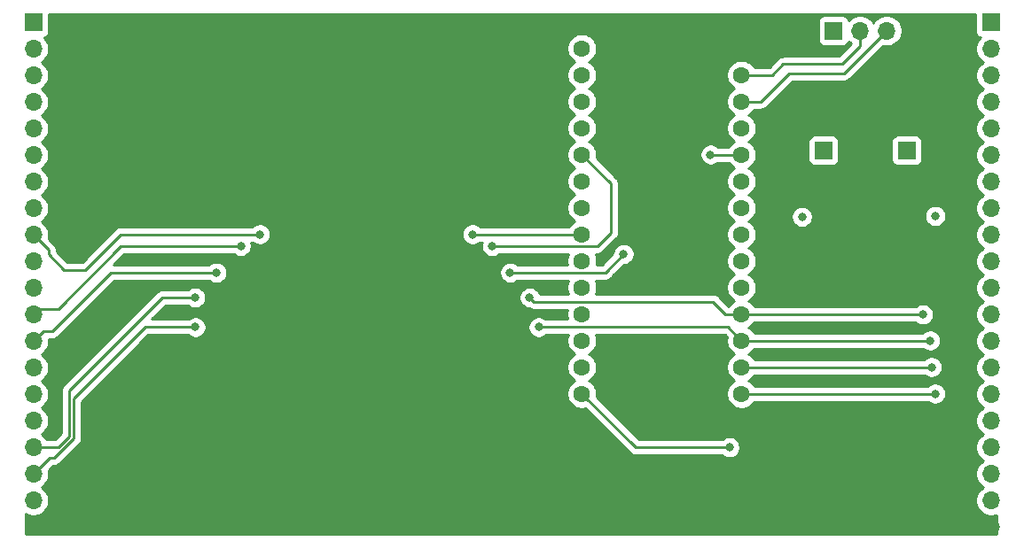
<source format=gbr>
G04 #@! TF.GenerationSoftware,KiCad,Pcbnew,(5.1.9-0-10_14)*
G04 #@! TF.CreationDate,2021-01-10T20:35:50-05:00*
G04 #@! TF.ProjectId,ebike_TFT,6562696b-655f-4544-9654-2e6b69636164,rev?*
G04 #@! TF.SameCoordinates,Original*
G04 #@! TF.FileFunction,Copper,L1,Top*
G04 #@! TF.FilePolarity,Positive*
%FSLAX46Y46*%
G04 Gerber Fmt 4.6, Leading zero omitted, Abs format (unit mm)*
G04 Created by KiCad (PCBNEW (5.1.9-0-10_14)) date 2021-01-10 20:35:50*
%MOMM*%
%LPD*%
G01*
G04 APERTURE LIST*
G04 #@! TA.AperFunction,ComponentPad*
%ADD10O,1.700000X1.700000*%
G04 #@! TD*
G04 #@! TA.AperFunction,ComponentPad*
%ADD11R,1.700000X1.700000*%
G04 #@! TD*
G04 #@! TA.AperFunction,ComponentPad*
%ADD12R,1.600000X1.600000*%
G04 #@! TD*
G04 #@! TA.AperFunction,ComponentPad*
%ADD13C,1.600000*%
G04 #@! TD*
G04 #@! TA.AperFunction,ViaPad*
%ADD14C,0.800000*%
G04 #@! TD*
G04 #@! TA.AperFunction,Conductor*
%ADD15C,0.250000*%
G04 #@! TD*
G04 #@! TA.AperFunction,Conductor*
%ADD16C,0.254000*%
G04 #@! TD*
G04 #@! TA.AperFunction,Conductor*
%ADD17C,0.100000*%
G04 #@! TD*
G04 APERTURE END LIST*
D10*
X25400000Y-73660000D03*
X25400000Y-71120000D03*
X25400000Y-68580000D03*
X25400000Y-66040000D03*
X25400000Y-63500000D03*
X25400000Y-60960000D03*
X25400000Y-58420000D03*
X25400000Y-55880000D03*
X25400000Y-53340000D03*
X25400000Y-50800000D03*
X25400000Y-48260000D03*
X25400000Y-45720000D03*
X25400000Y-43180000D03*
X25400000Y-40640000D03*
X25400000Y-38100000D03*
X25400000Y-35560000D03*
X25400000Y-33020000D03*
X25400000Y-30480000D03*
X25400000Y-27940000D03*
D11*
X25400000Y-25400000D03*
D12*
X93020000Y-27890000D03*
D13*
X93020000Y-30430000D03*
X93020000Y-32970000D03*
X93020000Y-35510000D03*
X93020000Y-38050000D03*
X93020000Y-40590000D03*
X93020000Y-43130000D03*
X93020000Y-45670000D03*
X93020000Y-48210000D03*
X93020000Y-50750000D03*
X93020000Y-53290000D03*
X93020000Y-55830000D03*
X93020000Y-58370000D03*
X77780000Y-27890000D03*
X77780000Y-30430000D03*
X77780000Y-32970000D03*
X77780000Y-35510000D03*
X77780000Y-38050000D03*
X77780000Y-40590000D03*
X77780000Y-43130000D03*
X77780000Y-45670000D03*
X77780000Y-48210000D03*
X77780000Y-50750000D03*
X77780000Y-53290000D03*
X77780000Y-55830000D03*
X77780000Y-58370000D03*
X93020000Y-60910000D03*
X77780000Y-60910000D03*
D10*
X108800000Y-35110000D03*
D11*
X108800000Y-37650000D03*
D10*
X100850000Y-35110000D03*
D11*
X100850000Y-37650000D03*
D10*
X109420000Y-26200000D03*
X106880000Y-26200000D03*
X104340000Y-26200000D03*
D11*
X101800000Y-26200000D03*
D10*
X116840000Y-73660000D03*
X116840000Y-71120000D03*
X116840000Y-68580000D03*
X116840000Y-66040000D03*
X116840000Y-63500000D03*
X116840000Y-60960000D03*
X116840000Y-58420000D03*
X116840000Y-55880000D03*
X116840000Y-53340000D03*
X116840000Y-50800000D03*
X116840000Y-48260000D03*
X116840000Y-45720000D03*
X116840000Y-43180000D03*
X116840000Y-40640000D03*
X116840000Y-38100000D03*
X116840000Y-35560000D03*
X116840000Y-33020000D03*
X116840000Y-30480000D03*
X116840000Y-27940000D03*
D11*
X116840000Y-25400000D03*
D14*
X98800000Y-44000000D03*
X111512500Y-43912500D03*
X91860000Y-66040000D03*
X111170000Y-58370000D03*
X111510000Y-60910000D03*
X111030000Y-55830000D03*
X40855001Y-54544999D03*
X73655001Y-54544999D03*
X110325000Y-53325000D03*
X40834999Y-51715001D03*
X72784999Y-51715001D03*
X42864999Y-49335001D03*
X70914999Y-49335001D03*
X81750000Y-47550000D03*
X90050000Y-38050000D03*
X45204999Y-46795001D03*
X69204999Y-46795001D03*
X47030000Y-45670000D03*
X67330000Y-45670000D03*
D15*
X82910000Y-66040000D02*
X77780000Y-60910000D01*
X91860000Y-66040000D02*
X82910000Y-66040000D01*
X111170000Y-58370000D02*
X93020000Y-58370000D01*
X111510000Y-60910000D02*
X93020000Y-60910000D01*
X36055001Y-54544999D02*
X29250010Y-61349990D01*
X29250009Y-65186401D02*
X27400000Y-67036410D01*
X27400000Y-67036410D02*
X26943590Y-67036410D01*
X29250010Y-61349990D02*
X29250009Y-65186401D01*
X26943590Y-67036410D02*
X25400000Y-68580000D01*
X91734999Y-54544999D02*
X91305001Y-54544999D01*
X93020000Y-55830000D02*
X91734999Y-54544999D01*
X91305001Y-54544999D02*
X73655001Y-54544999D01*
X91355001Y-54544999D02*
X91305001Y-54544999D01*
X111030000Y-55830000D02*
X93020000Y-55830000D01*
X40855001Y-54544999D02*
X36055001Y-54544999D01*
X37684999Y-51715001D02*
X28800000Y-60600000D01*
X28800000Y-60600000D02*
X28800000Y-65000000D01*
X27760000Y-66040000D02*
X25400000Y-66040000D01*
X28800000Y-65000000D02*
X27760000Y-66040000D01*
X93055000Y-53325000D02*
X93020000Y-53290000D01*
X110325000Y-53325000D02*
X93055000Y-53325000D01*
X40834999Y-51715001D02*
X37684999Y-51715001D01*
X72784999Y-51715001D02*
X73184998Y-52115000D01*
X93020000Y-53290000D02*
X91490000Y-53290000D01*
X91490000Y-53290000D02*
X90315000Y-52115000D01*
X73184998Y-52115000D02*
X90315000Y-52115000D01*
X80014999Y-49335001D02*
X70914999Y-49335001D01*
X93020000Y-38050000D02*
X90050000Y-38050000D01*
X80075000Y-49275000D02*
X80014999Y-49335001D01*
X80075000Y-49225000D02*
X81750000Y-47550000D01*
X80075000Y-49275000D02*
X80075000Y-49225000D01*
X32814999Y-49335001D02*
X42864999Y-49335001D01*
X26355000Y-54925000D02*
X27225000Y-54925000D01*
X25400000Y-55880000D02*
X26355000Y-54925000D01*
X27225000Y-54925000D02*
X32814999Y-49335001D01*
X77780000Y-38050000D02*
X80550000Y-40820000D01*
X80550000Y-40820000D02*
X80550000Y-45500000D01*
X80550000Y-45500000D02*
X79254999Y-46795001D01*
X79254999Y-46795001D02*
X69204999Y-46795001D01*
X33754999Y-46795001D02*
X45204999Y-46795001D01*
X27750000Y-52800000D02*
X33754999Y-46795001D01*
X25940000Y-52800000D02*
X27750000Y-52800000D01*
X25400000Y-53340000D02*
X25940000Y-52800000D01*
X77780000Y-45670000D02*
X67330000Y-45670000D01*
X47030000Y-45670000D02*
X33730000Y-45670000D01*
X33730000Y-45670000D02*
X30350000Y-49050000D01*
X30350000Y-49050000D02*
X28300000Y-49050000D01*
X28300000Y-49050000D02*
X26850000Y-47600000D01*
X26850000Y-47170000D02*
X25400000Y-45720000D01*
X26850000Y-47600000D02*
X26850000Y-47170000D01*
X102810000Y-30270000D02*
X106880000Y-26200000D01*
X93020000Y-32970000D02*
X94880000Y-32970000D01*
X97580000Y-30270000D02*
X102810000Y-30270000D01*
X94880000Y-32970000D02*
X97580000Y-30270000D01*
X104340000Y-27660000D02*
X102600000Y-29400000D01*
X104340000Y-26200000D02*
X104340000Y-27660000D01*
X102600000Y-29400000D02*
X97000000Y-29400000D01*
X95970000Y-30430000D02*
X93020000Y-30430000D01*
X97000000Y-29400000D02*
X95970000Y-30430000D01*
D16*
X115351928Y-26250000D02*
X115364188Y-26374482D01*
X115400498Y-26494180D01*
X115459463Y-26604494D01*
X115538815Y-26701185D01*
X115635506Y-26780537D01*
X115745820Y-26839502D01*
X115818380Y-26861513D01*
X115686525Y-26993368D01*
X115524010Y-27236589D01*
X115412068Y-27506842D01*
X115355000Y-27793740D01*
X115355000Y-28086260D01*
X115412068Y-28373158D01*
X115524010Y-28643411D01*
X115686525Y-28886632D01*
X115893368Y-29093475D01*
X116067760Y-29210000D01*
X115893368Y-29326525D01*
X115686525Y-29533368D01*
X115524010Y-29776589D01*
X115412068Y-30046842D01*
X115355000Y-30333740D01*
X115355000Y-30626260D01*
X115412068Y-30913158D01*
X115524010Y-31183411D01*
X115686525Y-31426632D01*
X115893368Y-31633475D01*
X116067760Y-31750000D01*
X115893368Y-31866525D01*
X115686525Y-32073368D01*
X115524010Y-32316589D01*
X115412068Y-32586842D01*
X115355000Y-32873740D01*
X115355000Y-33166260D01*
X115412068Y-33453158D01*
X115524010Y-33723411D01*
X115686525Y-33966632D01*
X115893368Y-34173475D01*
X116067760Y-34290000D01*
X115893368Y-34406525D01*
X115686525Y-34613368D01*
X115524010Y-34856589D01*
X115412068Y-35126842D01*
X115355000Y-35413740D01*
X115355000Y-35706260D01*
X115412068Y-35993158D01*
X115524010Y-36263411D01*
X115686525Y-36506632D01*
X115893368Y-36713475D01*
X116067760Y-36830000D01*
X115893368Y-36946525D01*
X115686525Y-37153368D01*
X115524010Y-37396589D01*
X115412068Y-37666842D01*
X115355000Y-37953740D01*
X115355000Y-38246260D01*
X115412068Y-38533158D01*
X115524010Y-38803411D01*
X115686525Y-39046632D01*
X115893368Y-39253475D01*
X116067760Y-39370000D01*
X115893368Y-39486525D01*
X115686525Y-39693368D01*
X115524010Y-39936589D01*
X115412068Y-40206842D01*
X115355000Y-40493740D01*
X115355000Y-40786260D01*
X115412068Y-41073158D01*
X115524010Y-41343411D01*
X115686525Y-41586632D01*
X115893368Y-41793475D01*
X116067760Y-41910000D01*
X115893368Y-42026525D01*
X115686525Y-42233368D01*
X115524010Y-42476589D01*
X115412068Y-42746842D01*
X115355000Y-43033740D01*
X115355000Y-43326260D01*
X115412068Y-43613158D01*
X115524010Y-43883411D01*
X115686525Y-44126632D01*
X115893368Y-44333475D01*
X116067760Y-44450000D01*
X115893368Y-44566525D01*
X115686525Y-44773368D01*
X115524010Y-45016589D01*
X115412068Y-45286842D01*
X115355000Y-45573740D01*
X115355000Y-45866260D01*
X115412068Y-46153158D01*
X115524010Y-46423411D01*
X115686525Y-46666632D01*
X115893368Y-46873475D01*
X116067760Y-46990000D01*
X115893368Y-47106525D01*
X115686525Y-47313368D01*
X115524010Y-47556589D01*
X115412068Y-47826842D01*
X115355000Y-48113740D01*
X115355000Y-48406260D01*
X115412068Y-48693158D01*
X115524010Y-48963411D01*
X115686525Y-49206632D01*
X115893368Y-49413475D01*
X116067760Y-49530000D01*
X115893368Y-49646525D01*
X115686525Y-49853368D01*
X115524010Y-50096589D01*
X115412068Y-50366842D01*
X115355000Y-50653740D01*
X115355000Y-50946260D01*
X115412068Y-51233158D01*
X115524010Y-51503411D01*
X115686525Y-51746632D01*
X115893368Y-51953475D01*
X116067760Y-52070000D01*
X115893368Y-52186525D01*
X115686525Y-52393368D01*
X115524010Y-52636589D01*
X115412068Y-52906842D01*
X115355000Y-53193740D01*
X115355000Y-53486260D01*
X115412068Y-53773158D01*
X115524010Y-54043411D01*
X115686525Y-54286632D01*
X115893368Y-54493475D01*
X116067760Y-54610000D01*
X115893368Y-54726525D01*
X115686525Y-54933368D01*
X115524010Y-55176589D01*
X115412068Y-55446842D01*
X115355000Y-55733740D01*
X115355000Y-56026260D01*
X115412068Y-56313158D01*
X115524010Y-56583411D01*
X115686525Y-56826632D01*
X115893368Y-57033475D01*
X116067760Y-57150000D01*
X115893368Y-57266525D01*
X115686525Y-57473368D01*
X115524010Y-57716589D01*
X115412068Y-57986842D01*
X115355000Y-58273740D01*
X115355000Y-58566260D01*
X115412068Y-58853158D01*
X115524010Y-59123411D01*
X115686525Y-59366632D01*
X115893368Y-59573475D01*
X116067760Y-59690000D01*
X115893368Y-59806525D01*
X115686525Y-60013368D01*
X115524010Y-60256589D01*
X115412068Y-60526842D01*
X115355000Y-60813740D01*
X115355000Y-61106260D01*
X115412068Y-61393158D01*
X115524010Y-61663411D01*
X115686525Y-61906632D01*
X115893368Y-62113475D01*
X116067760Y-62230000D01*
X115893368Y-62346525D01*
X115686525Y-62553368D01*
X115524010Y-62796589D01*
X115412068Y-63066842D01*
X115355000Y-63353740D01*
X115355000Y-63646260D01*
X115412068Y-63933158D01*
X115524010Y-64203411D01*
X115686525Y-64446632D01*
X115893368Y-64653475D01*
X116067760Y-64770000D01*
X115893368Y-64886525D01*
X115686525Y-65093368D01*
X115524010Y-65336589D01*
X115412068Y-65606842D01*
X115355000Y-65893740D01*
X115355000Y-66186260D01*
X115412068Y-66473158D01*
X115524010Y-66743411D01*
X115686525Y-66986632D01*
X115893368Y-67193475D01*
X116067760Y-67310000D01*
X115893368Y-67426525D01*
X115686525Y-67633368D01*
X115524010Y-67876589D01*
X115412068Y-68146842D01*
X115355000Y-68433740D01*
X115355000Y-68726260D01*
X115412068Y-69013158D01*
X115524010Y-69283411D01*
X115686525Y-69526632D01*
X115893368Y-69733475D01*
X116067760Y-69850000D01*
X115893368Y-69966525D01*
X115686525Y-70173368D01*
X115524010Y-70416589D01*
X115412068Y-70686842D01*
X115355000Y-70973740D01*
X115355000Y-71266260D01*
X115412068Y-71553158D01*
X115524010Y-71823411D01*
X115686525Y-72066632D01*
X115893368Y-72273475D01*
X116136589Y-72435990D01*
X116406842Y-72547932D01*
X116693740Y-72605000D01*
X116986260Y-72605000D01*
X117273158Y-72547932D01*
X117340000Y-72520245D01*
X117340000Y-74290351D01*
X24660000Y-74339650D01*
X24660000Y-72411542D01*
X24696589Y-72435990D01*
X24966842Y-72547932D01*
X25253740Y-72605000D01*
X25546260Y-72605000D01*
X25833158Y-72547932D01*
X26103411Y-72435990D01*
X26346632Y-72273475D01*
X26553475Y-72066632D01*
X26715990Y-71823411D01*
X26827932Y-71553158D01*
X26885000Y-71266260D01*
X26885000Y-70973740D01*
X26827932Y-70686842D01*
X26715990Y-70416589D01*
X26553475Y-70173368D01*
X26346632Y-69966525D01*
X26172240Y-69850000D01*
X26346632Y-69733475D01*
X26553475Y-69526632D01*
X26715990Y-69283411D01*
X26827932Y-69013158D01*
X26885000Y-68726260D01*
X26885000Y-68433740D01*
X26841210Y-68213592D01*
X27258392Y-67796410D01*
X27362678Y-67796410D01*
X27400000Y-67800086D01*
X27437322Y-67796410D01*
X27437333Y-67796410D01*
X27548986Y-67785413D01*
X27692247Y-67741956D01*
X27824276Y-67671384D01*
X27940001Y-67576411D01*
X27963804Y-67547407D01*
X29761016Y-65750196D01*
X29790009Y-65726402D01*
X29813803Y-65697409D01*
X29813808Y-65697404D01*
X29884983Y-65610677D01*
X29955555Y-65478648D01*
X29999011Y-65335387D01*
X30013685Y-65186401D01*
X30010008Y-65149069D01*
X30010010Y-61664791D01*
X36369803Y-55304999D01*
X40151290Y-55304999D01*
X40195227Y-55348936D01*
X40364745Y-55462204D01*
X40553103Y-55540225D01*
X40753062Y-55579999D01*
X40956940Y-55579999D01*
X41156899Y-55540225D01*
X41345257Y-55462204D01*
X41514775Y-55348936D01*
X41658938Y-55204773D01*
X41772206Y-55035255D01*
X41850227Y-54846897D01*
X41890001Y-54646938D01*
X41890001Y-54443060D01*
X41850227Y-54243101D01*
X41772206Y-54054743D01*
X41658938Y-53885225D01*
X41514775Y-53741062D01*
X41345257Y-53627794D01*
X41156899Y-53549773D01*
X40956940Y-53509999D01*
X40753062Y-53509999D01*
X40553103Y-53549773D01*
X40364745Y-53627794D01*
X40195227Y-53741062D01*
X40151290Y-53784999D01*
X36689803Y-53784999D01*
X37999801Y-52475001D01*
X40131288Y-52475001D01*
X40175225Y-52518938D01*
X40344743Y-52632206D01*
X40533101Y-52710227D01*
X40733060Y-52750001D01*
X40936938Y-52750001D01*
X41136897Y-52710227D01*
X41325255Y-52632206D01*
X41494773Y-52518938D01*
X41638936Y-52374775D01*
X41752204Y-52205257D01*
X41830225Y-52016899D01*
X41869999Y-51816940D01*
X41869999Y-51613062D01*
X41830225Y-51413103D01*
X41752204Y-51224745D01*
X41638936Y-51055227D01*
X41494773Y-50911064D01*
X41325255Y-50797796D01*
X41136897Y-50719775D01*
X40936938Y-50680001D01*
X40733060Y-50680001D01*
X40533101Y-50719775D01*
X40344743Y-50797796D01*
X40175225Y-50911064D01*
X40131288Y-50955001D01*
X37722321Y-50955001D01*
X37684998Y-50951325D01*
X37647675Y-50955001D01*
X37647666Y-50955001D01*
X37536013Y-50965998D01*
X37392752Y-51009455D01*
X37260722Y-51080027D01*
X37177082Y-51148669D01*
X37144998Y-51175000D01*
X37121200Y-51203998D01*
X28289003Y-60036196D01*
X28259999Y-60059999D01*
X28222196Y-60106063D01*
X28165026Y-60175724D01*
X28111948Y-60275026D01*
X28094454Y-60307754D01*
X28050997Y-60451015D01*
X28040000Y-60562668D01*
X28040000Y-60562678D01*
X28036324Y-60600000D01*
X28040000Y-60637323D01*
X28040001Y-64685197D01*
X27445199Y-65280000D01*
X26678178Y-65280000D01*
X26553475Y-65093368D01*
X26346632Y-64886525D01*
X26172240Y-64770000D01*
X26346632Y-64653475D01*
X26553475Y-64446632D01*
X26715990Y-64203411D01*
X26827932Y-63933158D01*
X26885000Y-63646260D01*
X26885000Y-63353740D01*
X26827932Y-63066842D01*
X26715990Y-62796589D01*
X26553475Y-62553368D01*
X26346632Y-62346525D01*
X26172240Y-62230000D01*
X26346632Y-62113475D01*
X26553475Y-61906632D01*
X26715990Y-61663411D01*
X26827932Y-61393158D01*
X26885000Y-61106260D01*
X26885000Y-60813740D01*
X26827932Y-60526842D01*
X26715990Y-60256589D01*
X26553475Y-60013368D01*
X26346632Y-59806525D01*
X26172240Y-59690000D01*
X26346632Y-59573475D01*
X26553475Y-59366632D01*
X26715990Y-59123411D01*
X26827932Y-58853158D01*
X26885000Y-58566260D01*
X26885000Y-58273740D01*
X26827932Y-57986842D01*
X26715990Y-57716589D01*
X26553475Y-57473368D01*
X26346632Y-57266525D01*
X26172240Y-57150000D01*
X26346632Y-57033475D01*
X26553475Y-56826632D01*
X26715990Y-56583411D01*
X26827932Y-56313158D01*
X26885000Y-56026260D01*
X26885000Y-55733740D01*
X26875305Y-55685000D01*
X27187678Y-55685000D01*
X27225000Y-55688676D01*
X27262322Y-55685000D01*
X27262333Y-55685000D01*
X27373986Y-55674003D01*
X27517247Y-55630546D01*
X27649276Y-55559974D01*
X27765001Y-55465001D01*
X27788804Y-55435997D01*
X33129802Y-50095001D01*
X42161288Y-50095001D01*
X42205225Y-50138938D01*
X42374743Y-50252206D01*
X42563101Y-50330227D01*
X42763060Y-50370001D01*
X42966938Y-50370001D01*
X43166897Y-50330227D01*
X43355255Y-50252206D01*
X43524773Y-50138938D01*
X43668936Y-49994775D01*
X43782204Y-49825257D01*
X43860225Y-49636899D01*
X43899999Y-49436940D01*
X43899999Y-49233062D01*
X43860225Y-49033103D01*
X43782204Y-48844745D01*
X43668936Y-48675227D01*
X43524773Y-48531064D01*
X43355255Y-48417796D01*
X43166897Y-48339775D01*
X42966938Y-48300001D01*
X42763060Y-48300001D01*
X42563101Y-48339775D01*
X42374743Y-48417796D01*
X42205225Y-48531064D01*
X42161288Y-48575001D01*
X33049801Y-48575001D01*
X34069801Y-47555001D01*
X44501288Y-47555001D01*
X44545225Y-47598938D01*
X44714743Y-47712206D01*
X44903101Y-47790227D01*
X45103060Y-47830001D01*
X45306938Y-47830001D01*
X45506897Y-47790227D01*
X45695255Y-47712206D01*
X45864773Y-47598938D01*
X46008936Y-47454775D01*
X46122204Y-47285257D01*
X46200225Y-47096899D01*
X46239999Y-46896940D01*
X46239999Y-46693062D01*
X46200225Y-46493103D01*
X46174087Y-46430000D01*
X46326289Y-46430000D01*
X46370226Y-46473937D01*
X46539744Y-46587205D01*
X46728102Y-46665226D01*
X46928061Y-46705000D01*
X47131939Y-46705000D01*
X47331898Y-46665226D01*
X47520256Y-46587205D01*
X47689774Y-46473937D01*
X47833937Y-46329774D01*
X47947205Y-46160256D01*
X48025226Y-45971898D01*
X48065000Y-45771939D01*
X48065000Y-45568061D01*
X66295000Y-45568061D01*
X66295000Y-45771939D01*
X66334774Y-45971898D01*
X66412795Y-46160256D01*
X66526063Y-46329774D01*
X66670226Y-46473937D01*
X66839744Y-46587205D01*
X67028102Y-46665226D01*
X67228061Y-46705000D01*
X67431939Y-46705000D01*
X67631898Y-46665226D01*
X67820256Y-46587205D01*
X67989774Y-46473937D01*
X68033711Y-46430000D01*
X68235911Y-46430000D01*
X68209773Y-46493103D01*
X68169999Y-46693062D01*
X68169999Y-46896940D01*
X68209773Y-47096899D01*
X68287794Y-47285257D01*
X68401062Y-47454775D01*
X68545225Y-47598938D01*
X68714743Y-47712206D01*
X68903101Y-47790227D01*
X69103060Y-47830001D01*
X69306938Y-47830001D01*
X69506897Y-47790227D01*
X69695255Y-47712206D01*
X69864773Y-47598938D01*
X69908710Y-47555001D01*
X76498077Y-47555001D01*
X76400147Y-47791426D01*
X76345000Y-48068665D01*
X76345000Y-48351335D01*
X76389491Y-48575001D01*
X71618710Y-48575001D01*
X71574773Y-48531064D01*
X71405255Y-48417796D01*
X71216897Y-48339775D01*
X71016938Y-48300001D01*
X70813060Y-48300001D01*
X70613101Y-48339775D01*
X70424743Y-48417796D01*
X70255225Y-48531064D01*
X70111062Y-48675227D01*
X69997794Y-48844745D01*
X69919773Y-49033103D01*
X69879999Y-49233062D01*
X69879999Y-49436940D01*
X69919773Y-49636899D01*
X69997794Y-49825257D01*
X70111062Y-49994775D01*
X70255225Y-50138938D01*
X70424743Y-50252206D01*
X70613101Y-50330227D01*
X70813060Y-50370001D01*
X71016938Y-50370001D01*
X71216897Y-50330227D01*
X71405255Y-50252206D01*
X71574773Y-50138938D01*
X71618710Y-50095001D01*
X76498077Y-50095001D01*
X76400147Y-50331426D01*
X76345000Y-50608665D01*
X76345000Y-50891335D01*
X76400147Y-51168574D01*
X76477367Y-51355000D01*
X73756158Y-51355000D01*
X73702204Y-51224745D01*
X73588936Y-51055227D01*
X73444773Y-50911064D01*
X73275255Y-50797796D01*
X73086897Y-50719775D01*
X72886938Y-50680001D01*
X72683060Y-50680001D01*
X72483101Y-50719775D01*
X72294743Y-50797796D01*
X72125225Y-50911064D01*
X71981062Y-51055227D01*
X71867794Y-51224745D01*
X71789773Y-51413103D01*
X71749999Y-51613062D01*
X71749999Y-51816940D01*
X71789773Y-52016899D01*
X71867794Y-52205257D01*
X71981062Y-52374775D01*
X72125225Y-52518938D01*
X72294743Y-52632206D01*
X72483101Y-52710227D01*
X72683060Y-52750001D01*
X72760773Y-52750001D01*
X72892751Y-52820546D01*
X73036012Y-52864003D01*
X73147665Y-52875000D01*
X73147675Y-52875000D01*
X73184997Y-52878676D01*
X73222320Y-52875000D01*
X76399436Y-52875000D01*
X76345000Y-53148665D01*
X76345000Y-53431335D01*
X76400147Y-53708574D01*
X76431803Y-53784999D01*
X74358712Y-53784999D01*
X74314775Y-53741062D01*
X74145257Y-53627794D01*
X73956899Y-53549773D01*
X73756940Y-53509999D01*
X73553062Y-53509999D01*
X73353103Y-53549773D01*
X73164745Y-53627794D01*
X72995227Y-53741062D01*
X72851064Y-53885225D01*
X72737796Y-54054743D01*
X72659775Y-54243101D01*
X72620001Y-54443060D01*
X72620001Y-54646938D01*
X72659775Y-54846897D01*
X72737796Y-55035255D01*
X72851064Y-55204773D01*
X72995227Y-55348936D01*
X73164745Y-55462204D01*
X73353103Y-55540225D01*
X73553062Y-55579999D01*
X73756940Y-55579999D01*
X73956899Y-55540225D01*
X74145257Y-55462204D01*
X74314775Y-55348936D01*
X74358712Y-55304999D01*
X76444230Y-55304999D01*
X76400147Y-55411426D01*
X76345000Y-55688665D01*
X76345000Y-55971335D01*
X76400147Y-56248574D01*
X76508320Y-56509727D01*
X76665363Y-56744759D01*
X76865241Y-56944637D01*
X77097759Y-57100000D01*
X76865241Y-57255363D01*
X76665363Y-57455241D01*
X76508320Y-57690273D01*
X76400147Y-57951426D01*
X76345000Y-58228665D01*
X76345000Y-58511335D01*
X76400147Y-58788574D01*
X76508320Y-59049727D01*
X76665363Y-59284759D01*
X76865241Y-59484637D01*
X77097759Y-59640000D01*
X76865241Y-59795363D01*
X76665363Y-59995241D01*
X76508320Y-60230273D01*
X76400147Y-60491426D01*
X76345000Y-60768665D01*
X76345000Y-61051335D01*
X76400147Y-61328574D01*
X76508320Y-61589727D01*
X76665363Y-61824759D01*
X76865241Y-62024637D01*
X77100273Y-62181680D01*
X77361426Y-62289853D01*
X77638665Y-62345000D01*
X77921335Y-62345000D01*
X78103887Y-62308688D01*
X82346201Y-66551003D01*
X82369999Y-66580001D01*
X82398997Y-66603799D01*
X82485724Y-66674974D01*
X82617753Y-66745546D01*
X82761014Y-66789003D01*
X82910000Y-66803677D01*
X82947333Y-66800000D01*
X91156289Y-66800000D01*
X91200226Y-66843937D01*
X91369744Y-66957205D01*
X91558102Y-67035226D01*
X91758061Y-67075000D01*
X91961939Y-67075000D01*
X92161898Y-67035226D01*
X92350256Y-66957205D01*
X92519774Y-66843937D01*
X92663937Y-66699774D01*
X92777205Y-66530256D01*
X92855226Y-66341898D01*
X92895000Y-66141939D01*
X92895000Y-65938061D01*
X92855226Y-65738102D01*
X92777205Y-65549744D01*
X92663937Y-65380226D01*
X92519774Y-65236063D01*
X92350256Y-65122795D01*
X92161898Y-65044774D01*
X91961939Y-65005000D01*
X91758061Y-65005000D01*
X91558102Y-65044774D01*
X91369744Y-65122795D01*
X91200226Y-65236063D01*
X91156289Y-65280000D01*
X83224802Y-65280000D01*
X79178688Y-61233887D01*
X79215000Y-61051335D01*
X79215000Y-60768665D01*
X79159853Y-60491426D01*
X79051680Y-60230273D01*
X78894637Y-59995241D01*
X78694759Y-59795363D01*
X78462241Y-59640000D01*
X78694759Y-59484637D01*
X78894637Y-59284759D01*
X79051680Y-59049727D01*
X79159853Y-58788574D01*
X79215000Y-58511335D01*
X79215000Y-58228665D01*
X79159853Y-57951426D01*
X79051680Y-57690273D01*
X78894637Y-57455241D01*
X78694759Y-57255363D01*
X78462241Y-57100000D01*
X78694759Y-56944637D01*
X78894637Y-56744759D01*
X79051680Y-56509727D01*
X79159853Y-56248574D01*
X79215000Y-55971335D01*
X79215000Y-55688665D01*
X79159853Y-55411426D01*
X79115770Y-55304999D01*
X91420198Y-55304999D01*
X91621312Y-55506114D01*
X91585000Y-55688665D01*
X91585000Y-55971335D01*
X91640147Y-56248574D01*
X91748320Y-56509727D01*
X91905363Y-56744759D01*
X92105241Y-56944637D01*
X92337759Y-57100000D01*
X92105241Y-57255363D01*
X91905363Y-57455241D01*
X91748320Y-57690273D01*
X91640147Y-57951426D01*
X91585000Y-58228665D01*
X91585000Y-58511335D01*
X91640147Y-58788574D01*
X91748320Y-59049727D01*
X91905363Y-59284759D01*
X92105241Y-59484637D01*
X92337759Y-59640000D01*
X92105241Y-59795363D01*
X91905363Y-59995241D01*
X91748320Y-60230273D01*
X91640147Y-60491426D01*
X91585000Y-60768665D01*
X91585000Y-61051335D01*
X91640147Y-61328574D01*
X91748320Y-61589727D01*
X91905363Y-61824759D01*
X92105241Y-62024637D01*
X92340273Y-62181680D01*
X92601426Y-62289853D01*
X92878665Y-62345000D01*
X93161335Y-62345000D01*
X93438574Y-62289853D01*
X93699727Y-62181680D01*
X93934759Y-62024637D01*
X94134637Y-61824759D01*
X94238043Y-61670000D01*
X110806289Y-61670000D01*
X110850226Y-61713937D01*
X111019744Y-61827205D01*
X111208102Y-61905226D01*
X111408061Y-61945000D01*
X111611939Y-61945000D01*
X111811898Y-61905226D01*
X112000256Y-61827205D01*
X112169774Y-61713937D01*
X112313937Y-61569774D01*
X112427205Y-61400256D01*
X112505226Y-61211898D01*
X112545000Y-61011939D01*
X112545000Y-60808061D01*
X112505226Y-60608102D01*
X112427205Y-60419744D01*
X112313937Y-60250226D01*
X112169774Y-60106063D01*
X112000256Y-59992795D01*
X111811898Y-59914774D01*
X111611939Y-59875000D01*
X111408061Y-59875000D01*
X111208102Y-59914774D01*
X111019744Y-59992795D01*
X110850226Y-60106063D01*
X110806289Y-60150000D01*
X94238043Y-60150000D01*
X94134637Y-59995241D01*
X93934759Y-59795363D01*
X93702241Y-59640000D01*
X93934759Y-59484637D01*
X94134637Y-59284759D01*
X94238043Y-59130000D01*
X110466289Y-59130000D01*
X110510226Y-59173937D01*
X110679744Y-59287205D01*
X110868102Y-59365226D01*
X111068061Y-59405000D01*
X111271939Y-59405000D01*
X111471898Y-59365226D01*
X111660256Y-59287205D01*
X111829774Y-59173937D01*
X111973937Y-59029774D01*
X112087205Y-58860256D01*
X112165226Y-58671898D01*
X112205000Y-58471939D01*
X112205000Y-58268061D01*
X112165226Y-58068102D01*
X112087205Y-57879744D01*
X111973937Y-57710226D01*
X111829774Y-57566063D01*
X111660256Y-57452795D01*
X111471898Y-57374774D01*
X111271939Y-57335000D01*
X111068061Y-57335000D01*
X110868102Y-57374774D01*
X110679744Y-57452795D01*
X110510226Y-57566063D01*
X110466289Y-57610000D01*
X94238043Y-57610000D01*
X94134637Y-57455241D01*
X93934759Y-57255363D01*
X93702241Y-57100000D01*
X93934759Y-56944637D01*
X94134637Y-56744759D01*
X94238043Y-56590000D01*
X110326289Y-56590000D01*
X110370226Y-56633937D01*
X110539744Y-56747205D01*
X110728102Y-56825226D01*
X110928061Y-56865000D01*
X111131939Y-56865000D01*
X111331898Y-56825226D01*
X111520256Y-56747205D01*
X111689774Y-56633937D01*
X111833937Y-56489774D01*
X111947205Y-56320256D01*
X112025226Y-56131898D01*
X112065000Y-55931939D01*
X112065000Y-55728061D01*
X112025226Y-55528102D01*
X111947205Y-55339744D01*
X111833937Y-55170226D01*
X111689774Y-55026063D01*
X111520256Y-54912795D01*
X111331898Y-54834774D01*
X111131939Y-54795000D01*
X110928061Y-54795000D01*
X110728102Y-54834774D01*
X110539744Y-54912795D01*
X110370226Y-55026063D01*
X110326289Y-55070000D01*
X94238043Y-55070000D01*
X94134637Y-54915241D01*
X93934759Y-54715363D01*
X93702241Y-54560000D01*
X93934759Y-54404637D01*
X94134637Y-54204759D01*
X94214657Y-54085000D01*
X109621289Y-54085000D01*
X109665226Y-54128937D01*
X109834744Y-54242205D01*
X110023102Y-54320226D01*
X110223061Y-54360000D01*
X110426939Y-54360000D01*
X110626898Y-54320226D01*
X110815256Y-54242205D01*
X110984774Y-54128937D01*
X111128937Y-53984774D01*
X111242205Y-53815256D01*
X111320226Y-53626898D01*
X111360000Y-53426939D01*
X111360000Y-53223061D01*
X111320226Y-53023102D01*
X111242205Y-52834744D01*
X111128937Y-52665226D01*
X110984774Y-52521063D01*
X110815256Y-52407795D01*
X110626898Y-52329774D01*
X110426939Y-52290000D01*
X110223061Y-52290000D01*
X110023102Y-52329774D01*
X109834744Y-52407795D01*
X109665226Y-52521063D01*
X109621289Y-52565000D01*
X94261430Y-52565000D01*
X94134637Y-52375241D01*
X93934759Y-52175363D01*
X93702241Y-52020000D01*
X93934759Y-51864637D01*
X94134637Y-51664759D01*
X94291680Y-51429727D01*
X94399853Y-51168574D01*
X94455000Y-50891335D01*
X94455000Y-50608665D01*
X94399853Y-50331426D01*
X94291680Y-50070273D01*
X94134637Y-49835241D01*
X93934759Y-49635363D01*
X93702241Y-49480000D01*
X93934759Y-49324637D01*
X94134637Y-49124759D01*
X94291680Y-48889727D01*
X94399853Y-48628574D01*
X94455000Y-48351335D01*
X94455000Y-48068665D01*
X94399853Y-47791426D01*
X94291680Y-47530273D01*
X94134637Y-47295241D01*
X93934759Y-47095363D01*
X93702241Y-46940000D01*
X93934759Y-46784637D01*
X94134637Y-46584759D01*
X94291680Y-46349727D01*
X94399853Y-46088574D01*
X94455000Y-45811335D01*
X94455000Y-45528665D01*
X94399853Y-45251426D01*
X94291680Y-44990273D01*
X94134637Y-44755241D01*
X93934759Y-44555363D01*
X93702241Y-44400000D01*
X93934759Y-44244637D01*
X94134637Y-44044759D01*
X94232657Y-43898061D01*
X97765000Y-43898061D01*
X97765000Y-44101939D01*
X97804774Y-44301898D01*
X97882795Y-44490256D01*
X97996063Y-44659774D01*
X98140226Y-44803937D01*
X98309744Y-44917205D01*
X98498102Y-44995226D01*
X98698061Y-45035000D01*
X98901939Y-45035000D01*
X99101898Y-44995226D01*
X99290256Y-44917205D01*
X99459774Y-44803937D01*
X99603937Y-44659774D01*
X99717205Y-44490256D01*
X99795226Y-44301898D01*
X99835000Y-44101939D01*
X99835000Y-43898061D01*
X99817596Y-43810561D01*
X110477500Y-43810561D01*
X110477500Y-44014439D01*
X110517274Y-44214398D01*
X110595295Y-44402756D01*
X110708563Y-44572274D01*
X110852726Y-44716437D01*
X111022244Y-44829705D01*
X111210602Y-44907726D01*
X111410561Y-44947500D01*
X111614439Y-44947500D01*
X111814398Y-44907726D01*
X112002756Y-44829705D01*
X112172274Y-44716437D01*
X112316437Y-44572274D01*
X112429705Y-44402756D01*
X112507726Y-44214398D01*
X112547500Y-44014439D01*
X112547500Y-43810561D01*
X112507726Y-43610602D01*
X112429705Y-43422244D01*
X112316437Y-43252726D01*
X112172274Y-43108563D01*
X112002756Y-42995295D01*
X111814398Y-42917274D01*
X111614439Y-42877500D01*
X111410561Y-42877500D01*
X111210602Y-42917274D01*
X111022244Y-42995295D01*
X110852726Y-43108563D01*
X110708563Y-43252726D01*
X110595295Y-43422244D01*
X110517274Y-43610602D01*
X110477500Y-43810561D01*
X99817596Y-43810561D01*
X99795226Y-43698102D01*
X99717205Y-43509744D01*
X99603937Y-43340226D01*
X99459774Y-43196063D01*
X99290256Y-43082795D01*
X99101898Y-43004774D01*
X98901939Y-42965000D01*
X98698061Y-42965000D01*
X98498102Y-43004774D01*
X98309744Y-43082795D01*
X98140226Y-43196063D01*
X97996063Y-43340226D01*
X97882795Y-43509744D01*
X97804774Y-43698102D01*
X97765000Y-43898061D01*
X94232657Y-43898061D01*
X94291680Y-43809727D01*
X94399853Y-43548574D01*
X94455000Y-43271335D01*
X94455000Y-42988665D01*
X94399853Y-42711426D01*
X94291680Y-42450273D01*
X94134637Y-42215241D01*
X93934759Y-42015363D01*
X93702241Y-41860000D01*
X93934759Y-41704637D01*
X94134637Y-41504759D01*
X94291680Y-41269727D01*
X94399853Y-41008574D01*
X94455000Y-40731335D01*
X94455000Y-40448665D01*
X94399853Y-40171426D01*
X94291680Y-39910273D01*
X94134637Y-39675241D01*
X93934759Y-39475363D01*
X93702241Y-39320000D01*
X93934759Y-39164637D01*
X94134637Y-38964759D01*
X94291680Y-38729727D01*
X94399853Y-38468574D01*
X94455000Y-38191335D01*
X94455000Y-37908665D01*
X94399853Y-37631426D01*
X94291680Y-37370273D01*
X94134637Y-37135241D01*
X93934759Y-36935363D01*
X93732174Y-36800000D01*
X99361928Y-36800000D01*
X99361928Y-38500000D01*
X99374188Y-38624482D01*
X99410498Y-38744180D01*
X99469463Y-38854494D01*
X99548815Y-38951185D01*
X99645506Y-39030537D01*
X99755820Y-39089502D01*
X99875518Y-39125812D01*
X100000000Y-39138072D01*
X101700000Y-39138072D01*
X101824482Y-39125812D01*
X101944180Y-39089502D01*
X102054494Y-39030537D01*
X102151185Y-38951185D01*
X102230537Y-38854494D01*
X102289502Y-38744180D01*
X102325812Y-38624482D01*
X102338072Y-38500000D01*
X102338072Y-36800000D01*
X107311928Y-36800000D01*
X107311928Y-38500000D01*
X107324188Y-38624482D01*
X107360498Y-38744180D01*
X107419463Y-38854494D01*
X107498815Y-38951185D01*
X107595506Y-39030537D01*
X107705820Y-39089502D01*
X107825518Y-39125812D01*
X107950000Y-39138072D01*
X109650000Y-39138072D01*
X109774482Y-39125812D01*
X109894180Y-39089502D01*
X110004494Y-39030537D01*
X110101185Y-38951185D01*
X110180537Y-38854494D01*
X110239502Y-38744180D01*
X110275812Y-38624482D01*
X110288072Y-38500000D01*
X110288072Y-36800000D01*
X110275812Y-36675518D01*
X110239502Y-36555820D01*
X110180537Y-36445506D01*
X110101185Y-36348815D01*
X110004494Y-36269463D01*
X109894180Y-36210498D01*
X109774482Y-36174188D01*
X109650000Y-36161928D01*
X107950000Y-36161928D01*
X107825518Y-36174188D01*
X107705820Y-36210498D01*
X107595506Y-36269463D01*
X107498815Y-36348815D01*
X107419463Y-36445506D01*
X107360498Y-36555820D01*
X107324188Y-36675518D01*
X107311928Y-36800000D01*
X102338072Y-36800000D01*
X102325812Y-36675518D01*
X102289502Y-36555820D01*
X102230537Y-36445506D01*
X102151185Y-36348815D01*
X102054494Y-36269463D01*
X101944180Y-36210498D01*
X101824482Y-36174188D01*
X101700000Y-36161928D01*
X100000000Y-36161928D01*
X99875518Y-36174188D01*
X99755820Y-36210498D01*
X99645506Y-36269463D01*
X99548815Y-36348815D01*
X99469463Y-36445506D01*
X99410498Y-36555820D01*
X99374188Y-36675518D01*
X99361928Y-36800000D01*
X93732174Y-36800000D01*
X93702241Y-36780000D01*
X93934759Y-36624637D01*
X94134637Y-36424759D01*
X94291680Y-36189727D01*
X94399853Y-35928574D01*
X94455000Y-35651335D01*
X94455000Y-35368665D01*
X94399853Y-35091426D01*
X94291680Y-34830273D01*
X94134637Y-34595241D01*
X93934759Y-34395363D01*
X93702241Y-34240000D01*
X93934759Y-34084637D01*
X94134637Y-33884759D01*
X94238043Y-33730000D01*
X94842678Y-33730000D01*
X94880000Y-33733676D01*
X94917322Y-33730000D01*
X94917333Y-33730000D01*
X95028986Y-33719003D01*
X95172247Y-33675546D01*
X95304276Y-33604974D01*
X95420001Y-33510001D01*
X95443804Y-33480997D01*
X97894802Y-31030000D01*
X102772678Y-31030000D01*
X102810000Y-31033676D01*
X102847322Y-31030000D01*
X102847333Y-31030000D01*
X102958986Y-31019003D01*
X103102247Y-30975546D01*
X103234276Y-30904974D01*
X103350001Y-30810001D01*
X103373804Y-30780997D01*
X106513592Y-27641210D01*
X106733740Y-27685000D01*
X107026260Y-27685000D01*
X107313158Y-27627932D01*
X107583411Y-27515990D01*
X107826632Y-27353475D01*
X108033475Y-27146632D01*
X108195990Y-26903411D01*
X108307932Y-26633158D01*
X108365000Y-26346260D01*
X108365000Y-26053740D01*
X108307932Y-25766842D01*
X108195990Y-25496589D01*
X108033475Y-25253368D01*
X107826632Y-25046525D01*
X107583411Y-24884010D01*
X107313158Y-24772068D01*
X107026260Y-24715000D01*
X106733740Y-24715000D01*
X106446842Y-24772068D01*
X106176589Y-24884010D01*
X105933368Y-25046525D01*
X105726525Y-25253368D01*
X105610000Y-25427760D01*
X105493475Y-25253368D01*
X105286632Y-25046525D01*
X105043411Y-24884010D01*
X104773158Y-24772068D01*
X104486260Y-24715000D01*
X104193740Y-24715000D01*
X103906842Y-24772068D01*
X103636589Y-24884010D01*
X103393368Y-25046525D01*
X103261513Y-25178380D01*
X103239502Y-25105820D01*
X103180537Y-24995506D01*
X103101185Y-24898815D01*
X103004494Y-24819463D01*
X102894180Y-24760498D01*
X102774482Y-24724188D01*
X102650000Y-24711928D01*
X100950000Y-24711928D01*
X100825518Y-24724188D01*
X100705820Y-24760498D01*
X100595506Y-24819463D01*
X100498815Y-24898815D01*
X100419463Y-24995506D01*
X100360498Y-25105820D01*
X100324188Y-25225518D01*
X100311928Y-25350000D01*
X100311928Y-27050000D01*
X100324188Y-27174482D01*
X100360498Y-27294180D01*
X100419463Y-27404494D01*
X100498815Y-27501185D01*
X100595506Y-27580537D01*
X100705820Y-27639502D01*
X100825518Y-27675812D01*
X100950000Y-27688072D01*
X102650000Y-27688072D01*
X102774482Y-27675812D01*
X102894180Y-27639502D01*
X103004494Y-27580537D01*
X103101185Y-27501185D01*
X103180537Y-27404494D01*
X103239502Y-27294180D01*
X103261513Y-27221620D01*
X103393368Y-27353475D01*
X103500284Y-27424914D01*
X102285199Y-28640000D01*
X97037323Y-28640000D01*
X97000000Y-28636324D01*
X96962677Y-28640000D01*
X96962667Y-28640000D01*
X96851014Y-28650997D01*
X96707753Y-28694454D01*
X96575723Y-28765026D01*
X96527309Y-28804759D01*
X96459999Y-28859999D01*
X96436201Y-28888997D01*
X95655199Y-29670000D01*
X94238043Y-29670000D01*
X94134637Y-29515241D01*
X93934759Y-29315363D01*
X93699727Y-29158320D01*
X93438574Y-29050147D01*
X93161335Y-28995000D01*
X92878665Y-28995000D01*
X92601426Y-29050147D01*
X92340273Y-29158320D01*
X92105241Y-29315363D01*
X91905363Y-29515241D01*
X91748320Y-29750273D01*
X91640147Y-30011426D01*
X91585000Y-30288665D01*
X91585000Y-30571335D01*
X91640147Y-30848574D01*
X91748320Y-31109727D01*
X91905363Y-31344759D01*
X92105241Y-31544637D01*
X92337759Y-31700000D01*
X92105241Y-31855363D01*
X91905363Y-32055241D01*
X91748320Y-32290273D01*
X91640147Y-32551426D01*
X91585000Y-32828665D01*
X91585000Y-33111335D01*
X91640147Y-33388574D01*
X91748320Y-33649727D01*
X91905363Y-33884759D01*
X92105241Y-34084637D01*
X92337759Y-34240000D01*
X92105241Y-34395363D01*
X91905363Y-34595241D01*
X91748320Y-34830273D01*
X91640147Y-35091426D01*
X91585000Y-35368665D01*
X91585000Y-35651335D01*
X91640147Y-35928574D01*
X91748320Y-36189727D01*
X91905363Y-36424759D01*
X92105241Y-36624637D01*
X92337759Y-36780000D01*
X92105241Y-36935363D01*
X91905363Y-37135241D01*
X91801957Y-37290000D01*
X90753711Y-37290000D01*
X90709774Y-37246063D01*
X90540256Y-37132795D01*
X90351898Y-37054774D01*
X90151939Y-37015000D01*
X89948061Y-37015000D01*
X89748102Y-37054774D01*
X89559744Y-37132795D01*
X89390226Y-37246063D01*
X89246063Y-37390226D01*
X89132795Y-37559744D01*
X89054774Y-37748102D01*
X89015000Y-37948061D01*
X89015000Y-38151939D01*
X89054774Y-38351898D01*
X89132795Y-38540256D01*
X89246063Y-38709774D01*
X89390226Y-38853937D01*
X89559744Y-38967205D01*
X89748102Y-39045226D01*
X89948061Y-39085000D01*
X90151939Y-39085000D01*
X90351898Y-39045226D01*
X90540256Y-38967205D01*
X90709774Y-38853937D01*
X90753711Y-38810000D01*
X91801957Y-38810000D01*
X91905363Y-38964759D01*
X92105241Y-39164637D01*
X92337759Y-39320000D01*
X92105241Y-39475363D01*
X91905363Y-39675241D01*
X91748320Y-39910273D01*
X91640147Y-40171426D01*
X91585000Y-40448665D01*
X91585000Y-40731335D01*
X91640147Y-41008574D01*
X91748320Y-41269727D01*
X91905363Y-41504759D01*
X92105241Y-41704637D01*
X92337759Y-41860000D01*
X92105241Y-42015363D01*
X91905363Y-42215241D01*
X91748320Y-42450273D01*
X91640147Y-42711426D01*
X91585000Y-42988665D01*
X91585000Y-43271335D01*
X91640147Y-43548574D01*
X91748320Y-43809727D01*
X91905363Y-44044759D01*
X92105241Y-44244637D01*
X92337759Y-44400000D01*
X92105241Y-44555363D01*
X91905363Y-44755241D01*
X91748320Y-44990273D01*
X91640147Y-45251426D01*
X91585000Y-45528665D01*
X91585000Y-45811335D01*
X91640147Y-46088574D01*
X91748320Y-46349727D01*
X91905363Y-46584759D01*
X92105241Y-46784637D01*
X92337759Y-46940000D01*
X92105241Y-47095363D01*
X91905363Y-47295241D01*
X91748320Y-47530273D01*
X91640147Y-47791426D01*
X91585000Y-48068665D01*
X91585000Y-48351335D01*
X91640147Y-48628574D01*
X91748320Y-48889727D01*
X91905363Y-49124759D01*
X92105241Y-49324637D01*
X92337759Y-49480000D01*
X92105241Y-49635363D01*
X91905363Y-49835241D01*
X91748320Y-50070273D01*
X91640147Y-50331426D01*
X91585000Y-50608665D01*
X91585000Y-50891335D01*
X91640147Y-51168574D01*
X91748320Y-51429727D01*
X91905363Y-51664759D01*
X92105241Y-51864637D01*
X92337759Y-52020000D01*
X92105241Y-52175363D01*
X91905363Y-52375241D01*
X91803096Y-52528294D01*
X90878804Y-51604003D01*
X90855001Y-51574999D01*
X90739276Y-51480026D01*
X90607247Y-51409454D01*
X90463986Y-51365997D01*
X90352333Y-51355000D01*
X90352322Y-51355000D01*
X90315000Y-51351324D01*
X90277678Y-51355000D01*
X79082633Y-51355000D01*
X79159853Y-51168574D01*
X79215000Y-50891335D01*
X79215000Y-50608665D01*
X79159853Y-50331426D01*
X79061923Y-50095001D01*
X79977677Y-50095001D01*
X80014999Y-50098677D01*
X80052321Y-50095001D01*
X80052332Y-50095001D01*
X80163985Y-50084004D01*
X80307246Y-50040547D01*
X80439275Y-49969975D01*
X80555000Y-49875002D01*
X80578803Y-49845998D01*
X80585998Y-49838803D01*
X80615001Y-49815001D01*
X80709974Y-49699276D01*
X80749532Y-49625269D01*
X81789802Y-48585000D01*
X81851939Y-48585000D01*
X82051898Y-48545226D01*
X82240256Y-48467205D01*
X82409774Y-48353937D01*
X82553937Y-48209774D01*
X82667205Y-48040256D01*
X82745226Y-47851898D01*
X82785000Y-47651939D01*
X82785000Y-47448061D01*
X82745226Y-47248102D01*
X82667205Y-47059744D01*
X82553937Y-46890226D01*
X82409774Y-46746063D01*
X82240256Y-46632795D01*
X82051898Y-46554774D01*
X81851939Y-46515000D01*
X81648061Y-46515000D01*
X81448102Y-46554774D01*
X81259744Y-46632795D01*
X81090226Y-46746063D01*
X80946063Y-46890226D01*
X80832795Y-47059744D01*
X80754774Y-47248102D01*
X80715000Y-47448061D01*
X80715000Y-47510198D01*
X79650198Y-48575001D01*
X79170509Y-48575001D01*
X79215000Y-48351335D01*
X79215000Y-48068665D01*
X79159853Y-47791426D01*
X79061923Y-47555001D01*
X79217677Y-47555001D01*
X79254999Y-47558677D01*
X79292321Y-47555001D01*
X79292332Y-47555001D01*
X79403985Y-47544004D01*
X79547246Y-47500547D01*
X79679275Y-47429975D01*
X79795000Y-47335002D01*
X79818803Y-47305998D01*
X81061003Y-46063799D01*
X81090001Y-46040001D01*
X81153812Y-45962247D01*
X81184974Y-45924277D01*
X81255546Y-45792247D01*
X81261706Y-45771939D01*
X81299003Y-45648986D01*
X81310000Y-45537333D01*
X81310000Y-45537323D01*
X81313676Y-45500000D01*
X81310000Y-45462677D01*
X81310000Y-40857333D01*
X81313677Y-40820000D01*
X81299003Y-40671014D01*
X81255546Y-40527753D01*
X81184974Y-40395724D01*
X81113799Y-40308997D01*
X81090001Y-40279999D01*
X81061004Y-40256202D01*
X79178688Y-38373886D01*
X79215000Y-38191335D01*
X79215000Y-37908665D01*
X79159853Y-37631426D01*
X79051680Y-37370273D01*
X78894637Y-37135241D01*
X78694759Y-36935363D01*
X78462241Y-36780000D01*
X78694759Y-36624637D01*
X78894637Y-36424759D01*
X79051680Y-36189727D01*
X79159853Y-35928574D01*
X79215000Y-35651335D01*
X79215000Y-35368665D01*
X79159853Y-35091426D01*
X79051680Y-34830273D01*
X78894637Y-34595241D01*
X78694759Y-34395363D01*
X78462241Y-34240000D01*
X78694759Y-34084637D01*
X78894637Y-33884759D01*
X79051680Y-33649727D01*
X79159853Y-33388574D01*
X79215000Y-33111335D01*
X79215000Y-32828665D01*
X79159853Y-32551426D01*
X79051680Y-32290273D01*
X78894637Y-32055241D01*
X78694759Y-31855363D01*
X78462241Y-31700000D01*
X78694759Y-31544637D01*
X78894637Y-31344759D01*
X79051680Y-31109727D01*
X79159853Y-30848574D01*
X79215000Y-30571335D01*
X79215000Y-30288665D01*
X79159853Y-30011426D01*
X79051680Y-29750273D01*
X78894637Y-29515241D01*
X78694759Y-29315363D01*
X78462241Y-29160000D01*
X78694759Y-29004637D01*
X78894637Y-28804759D01*
X79051680Y-28569727D01*
X79159853Y-28308574D01*
X79215000Y-28031335D01*
X79215000Y-27748665D01*
X79159853Y-27471426D01*
X79051680Y-27210273D01*
X78894637Y-26975241D01*
X78694759Y-26775363D01*
X78459727Y-26618320D01*
X78198574Y-26510147D01*
X77921335Y-26455000D01*
X77638665Y-26455000D01*
X77361426Y-26510147D01*
X77100273Y-26618320D01*
X76865241Y-26775363D01*
X76665363Y-26975241D01*
X76508320Y-27210273D01*
X76400147Y-27471426D01*
X76345000Y-27748665D01*
X76345000Y-28031335D01*
X76400147Y-28308574D01*
X76508320Y-28569727D01*
X76665363Y-28804759D01*
X76865241Y-29004637D01*
X77097759Y-29160000D01*
X76865241Y-29315363D01*
X76665363Y-29515241D01*
X76508320Y-29750273D01*
X76400147Y-30011426D01*
X76345000Y-30288665D01*
X76345000Y-30571335D01*
X76400147Y-30848574D01*
X76508320Y-31109727D01*
X76665363Y-31344759D01*
X76865241Y-31544637D01*
X77097759Y-31700000D01*
X76865241Y-31855363D01*
X76665363Y-32055241D01*
X76508320Y-32290273D01*
X76400147Y-32551426D01*
X76345000Y-32828665D01*
X76345000Y-33111335D01*
X76400147Y-33388574D01*
X76508320Y-33649727D01*
X76665363Y-33884759D01*
X76865241Y-34084637D01*
X77097759Y-34240000D01*
X76865241Y-34395363D01*
X76665363Y-34595241D01*
X76508320Y-34830273D01*
X76400147Y-35091426D01*
X76345000Y-35368665D01*
X76345000Y-35651335D01*
X76400147Y-35928574D01*
X76508320Y-36189727D01*
X76665363Y-36424759D01*
X76865241Y-36624637D01*
X77097759Y-36780000D01*
X76865241Y-36935363D01*
X76665363Y-37135241D01*
X76508320Y-37370273D01*
X76400147Y-37631426D01*
X76345000Y-37908665D01*
X76345000Y-38191335D01*
X76400147Y-38468574D01*
X76508320Y-38729727D01*
X76665363Y-38964759D01*
X76865241Y-39164637D01*
X77097759Y-39320000D01*
X76865241Y-39475363D01*
X76665363Y-39675241D01*
X76508320Y-39910273D01*
X76400147Y-40171426D01*
X76345000Y-40448665D01*
X76345000Y-40731335D01*
X76400147Y-41008574D01*
X76508320Y-41269727D01*
X76665363Y-41504759D01*
X76865241Y-41704637D01*
X77097759Y-41860000D01*
X76865241Y-42015363D01*
X76665363Y-42215241D01*
X76508320Y-42450273D01*
X76400147Y-42711426D01*
X76345000Y-42988665D01*
X76345000Y-43271335D01*
X76400147Y-43548574D01*
X76508320Y-43809727D01*
X76665363Y-44044759D01*
X76865241Y-44244637D01*
X77097759Y-44400000D01*
X76865241Y-44555363D01*
X76665363Y-44755241D01*
X76561957Y-44910000D01*
X68033711Y-44910000D01*
X67989774Y-44866063D01*
X67820256Y-44752795D01*
X67631898Y-44674774D01*
X67431939Y-44635000D01*
X67228061Y-44635000D01*
X67028102Y-44674774D01*
X66839744Y-44752795D01*
X66670226Y-44866063D01*
X66526063Y-45010226D01*
X66412795Y-45179744D01*
X66334774Y-45368102D01*
X66295000Y-45568061D01*
X48065000Y-45568061D01*
X48025226Y-45368102D01*
X47947205Y-45179744D01*
X47833937Y-45010226D01*
X47689774Y-44866063D01*
X47520256Y-44752795D01*
X47331898Y-44674774D01*
X47131939Y-44635000D01*
X46928061Y-44635000D01*
X46728102Y-44674774D01*
X46539744Y-44752795D01*
X46370226Y-44866063D01*
X46326289Y-44910000D01*
X33767323Y-44910000D01*
X33730000Y-44906324D01*
X33692677Y-44910000D01*
X33692667Y-44910000D01*
X33581014Y-44920997D01*
X33437753Y-44964454D01*
X33305724Y-45035026D01*
X33189999Y-45129999D01*
X33166201Y-45158997D01*
X30035199Y-48290000D01*
X28614802Y-48290000D01*
X27610000Y-47285199D01*
X27610000Y-47207325D01*
X27613676Y-47170000D01*
X27610000Y-47132675D01*
X27610000Y-47132668D01*
X27599003Y-47021014D01*
X27555546Y-46877753D01*
X27484974Y-46745724D01*
X27390001Y-46629999D01*
X27361003Y-46606201D01*
X26841210Y-46086408D01*
X26885000Y-45866260D01*
X26885000Y-45573740D01*
X26827932Y-45286842D01*
X26715990Y-45016589D01*
X26553475Y-44773368D01*
X26346632Y-44566525D01*
X26172240Y-44450000D01*
X26346632Y-44333475D01*
X26553475Y-44126632D01*
X26715990Y-43883411D01*
X26827932Y-43613158D01*
X26885000Y-43326260D01*
X26885000Y-43033740D01*
X26827932Y-42746842D01*
X26715990Y-42476589D01*
X26553475Y-42233368D01*
X26346632Y-42026525D01*
X26172240Y-41910000D01*
X26346632Y-41793475D01*
X26553475Y-41586632D01*
X26715990Y-41343411D01*
X26827932Y-41073158D01*
X26885000Y-40786260D01*
X26885000Y-40493740D01*
X26827932Y-40206842D01*
X26715990Y-39936589D01*
X26553475Y-39693368D01*
X26346632Y-39486525D01*
X26172240Y-39370000D01*
X26346632Y-39253475D01*
X26553475Y-39046632D01*
X26715990Y-38803411D01*
X26827932Y-38533158D01*
X26885000Y-38246260D01*
X26885000Y-37953740D01*
X26827932Y-37666842D01*
X26715990Y-37396589D01*
X26553475Y-37153368D01*
X26346632Y-36946525D01*
X26172240Y-36830000D01*
X26346632Y-36713475D01*
X26553475Y-36506632D01*
X26715990Y-36263411D01*
X26827932Y-35993158D01*
X26885000Y-35706260D01*
X26885000Y-35413740D01*
X26827932Y-35126842D01*
X26715990Y-34856589D01*
X26553475Y-34613368D01*
X26346632Y-34406525D01*
X26172240Y-34290000D01*
X26346632Y-34173475D01*
X26553475Y-33966632D01*
X26715990Y-33723411D01*
X26827932Y-33453158D01*
X26885000Y-33166260D01*
X26885000Y-32873740D01*
X26827932Y-32586842D01*
X26715990Y-32316589D01*
X26553475Y-32073368D01*
X26346632Y-31866525D01*
X26172240Y-31750000D01*
X26346632Y-31633475D01*
X26553475Y-31426632D01*
X26715990Y-31183411D01*
X26827932Y-30913158D01*
X26885000Y-30626260D01*
X26885000Y-30333740D01*
X26827932Y-30046842D01*
X26715990Y-29776589D01*
X26553475Y-29533368D01*
X26346632Y-29326525D01*
X26172240Y-29210000D01*
X26346632Y-29093475D01*
X26553475Y-28886632D01*
X26715990Y-28643411D01*
X26827932Y-28373158D01*
X26885000Y-28086260D01*
X26885000Y-27793740D01*
X26827932Y-27506842D01*
X26715990Y-27236589D01*
X26553475Y-26993368D01*
X26421620Y-26861513D01*
X26494180Y-26839502D01*
X26604494Y-26780537D01*
X26701185Y-26701185D01*
X26780537Y-26604494D01*
X26839502Y-26494180D01*
X26875812Y-26374482D01*
X26888072Y-26250000D01*
X26888072Y-24660000D01*
X115351928Y-24660000D01*
X115351928Y-26250000D01*
G04 #@! TA.AperFunction,Conductor*
D17*
G36*
X115351928Y-26250000D02*
G01*
X115364188Y-26374482D01*
X115400498Y-26494180D01*
X115459463Y-26604494D01*
X115538815Y-26701185D01*
X115635506Y-26780537D01*
X115745820Y-26839502D01*
X115818380Y-26861513D01*
X115686525Y-26993368D01*
X115524010Y-27236589D01*
X115412068Y-27506842D01*
X115355000Y-27793740D01*
X115355000Y-28086260D01*
X115412068Y-28373158D01*
X115524010Y-28643411D01*
X115686525Y-28886632D01*
X115893368Y-29093475D01*
X116067760Y-29210000D01*
X115893368Y-29326525D01*
X115686525Y-29533368D01*
X115524010Y-29776589D01*
X115412068Y-30046842D01*
X115355000Y-30333740D01*
X115355000Y-30626260D01*
X115412068Y-30913158D01*
X115524010Y-31183411D01*
X115686525Y-31426632D01*
X115893368Y-31633475D01*
X116067760Y-31750000D01*
X115893368Y-31866525D01*
X115686525Y-32073368D01*
X115524010Y-32316589D01*
X115412068Y-32586842D01*
X115355000Y-32873740D01*
X115355000Y-33166260D01*
X115412068Y-33453158D01*
X115524010Y-33723411D01*
X115686525Y-33966632D01*
X115893368Y-34173475D01*
X116067760Y-34290000D01*
X115893368Y-34406525D01*
X115686525Y-34613368D01*
X115524010Y-34856589D01*
X115412068Y-35126842D01*
X115355000Y-35413740D01*
X115355000Y-35706260D01*
X115412068Y-35993158D01*
X115524010Y-36263411D01*
X115686525Y-36506632D01*
X115893368Y-36713475D01*
X116067760Y-36830000D01*
X115893368Y-36946525D01*
X115686525Y-37153368D01*
X115524010Y-37396589D01*
X115412068Y-37666842D01*
X115355000Y-37953740D01*
X115355000Y-38246260D01*
X115412068Y-38533158D01*
X115524010Y-38803411D01*
X115686525Y-39046632D01*
X115893368Y-39253475D01*
X116067760Y-39370000D01*
X115893368Y-39486525D01*
X115686525Y-39693368D01*
X115524010Y-39936589D01*
X115412068Y-40206842D01*
X115355000Y-40493740D01*
X115355000Y-40786260D01*
X115412068Y-41073158D01*
X115524010Y-41343411D01*
X115686525Y-41586632D01*
X115893368Y-41793475D01*
X116067760Y-41910000D01*
X115893368Y-42026525D01*
X115686525Y-42233368D01*
X115524010Y-42476589D01*
X115412068Y-42746842D01*
X115355000Y-43033740D01*
X115355000Y-43326260D01*
X115412068Y-43613158D01*
X115524010Y-43883411D01*
X115686525Y-44126632D01*
X115893368Y-44333475D01*
X116067760Y-44450000D01*
X115893368Y-44566525D01*
X115686525Y-44773368D01*
X115524010Y-45016589D01*
X115412068Y-45286842D01*
X115355000Y-45573740D01*
X115355000Y-45866260D01*
X115412068Y-46153158D01*
X115524010Y-46423411D01*
X115686525Y-46666632D01*
X115893368Y-46873475D01*
X116067760Y-46990000D01*
X115893368Y-47106525D01*
X115686525Y-47313368D01*
X115524010Y-47556589D01*
X115412068Y-47826842D01*
X115355000Y-48113740D01*
X115355000Y-48406260D01*
X115412068Y-48693158D01*
X115524010Y-48963411D01*
X115686525Y-49206632D01*
X115893368Y-49413475D01*
X116067760Y-49530000D01*
X115893368Y-49646525D01*
X115686525Y-49853368D01*
X115524010Y-50096589D01*
X115412068Y-50366842D01*
X115355000Y-50653740D01*
X115355000Y-50946260D01*
X115412068Y-51233158D01*
X115524010Y-51503411D01*
X115686525Y-51746632D01*
X115893368Y-51953475D01*
X116067760Y-52070000D01*
X115893368Y-52186525D01*
X115686525Y-52393368D01*
X115524010Y-52636589D01*
X115412068Y-52906842D01*
X115355000Y-53193740D01*
X115355000Y-53486260D01*
X115412068Y-53773158D01*
X115524010Y-54043411D01*
X115686525Y-54286632D01*
X115893368Y-54493475D01*
X116067760Y-54610000D01*
X115893368Y-54726525D01*
X115686525Y-54933368D01*
X115524010Y-55176589D01*
X115412068Y-55446842D01*
X115355000Y-55733740D01*
X115355000Y-56026260D01*
X115412068Y-56313158D01*
X115524010Y-56583411D01*
X115686525Y-56826632D01*
X115893368Y-57033475D01*
X116067760Y-57150000D01*
X115893368Y-57266525D01*
X115686525Y-57473368D01*
X115524010Y-57716589D01*
X115412068Y-57986842D01*
X115355000Y-58273740D01*
X115355000Y-58566260D01*
X115412068Y-58853158D01*
X115524010Y-59123411D01*
X115686525Y-59366632D01*
X115893368Y-59573475D01*
X116067760Y-59690000D01*
X115893368Y-59806525D01*
X115686525Y-60013368D01*
X115524010Y-60256589D01*
X115412068Y-60526842D01*
X115355000Y-60813740D01*
X115355000Y-61106260D01*
X115412068Y-61393158D01*
X115524010Y-61663411D01*
X115686525Y-61906632D01*
X115893368Y-62113475D01*
X116067760Y-62230000D01*
X115893368Y-62346525D01*
X115686525Y-62553368D01*
X115524010Y-62796589D01*
X115412068Y-63066842D01*
X115355000Y-63353740D01*
X115355000Y-63646260D01*
X115412068Y-63933158D01*
X115524010Y-64203411D01*
X115686525Y-64446632D01*
X115893368Y-64653475D01*
X116067760Y-64770000D01*
X115893368Y-64886525D01*
X115686525Y-65093368D01*
X115524010Y-65336589D01*
X115412068Y-65606842D01*
X115355000Y-65893740D01*
X115355000Y-66186260D01*
X115412068Y-66473158D01*
X115524010Y-66743411D01*
X115686525Y-66986632D01*
X115893368Y-67193475D01*
X116067760Y-67310000D01*
X115893368Y-67426525D01*
X115686525Y-67633368D01*
X115524010Y-67876589D01*
X115412068Y-68146842D01*
X115355000Y-68433740D01*
X115355000Y-68726260D01*
X115412068Y-69013158D01*
X115524010Y-69283411D01*
X115686525Y-69526632D01*
X115893368Y-69733475D01*
X116067760Y-69850000D01*
X115893368Y-69966525D01*
X115686525Y-70173368D01*
X115524010Y-70416589D01*
X115412068Y-70686842D01*
X115355000Y-70973740D01*
X115355000Y-71266260D01*
X115412068Y-71553158D01*
X115524010Y-71823411D01*
X115686525Y-72066632D01*
X115893368Y-72273475D01*
X116136589Y-72435990D01*
X116406842Y-72547932D01*
X116693740Y-72605000D01*
X116986260Y-72605000D01*
X117273158Y-72547932D01*
X117340000Y-72520245D01*
X117340000Y-74290351D01*
X24660000Y-74339650D01*
X24660000Y-72411542D01*
X24696589Y-72435990D01*
X24966842Y-72547932D01*
X25253740Y-72605000D01*
X25546260Y-72605000D01*
X25833158Y-72547932D01*
X26103411Y-72435990D01*
X26346632Y-72273475D01*
X26553475Y-72066632D01*
X26715990Y-71823411D01*
X26827932Y-71553158D01*
X26885000Y-71266260D01*
X26885000Y-70973740D01*
X26827932Y-70686842D01*
X26715990Y-70416589D01*
X26553475Y-70173368D01*
X26346632Y-69966525D01*
X26172240Y-69850000D01*
X26346632Y-69733475D01*
X26553475Y-69526632D01*
X26715990Y-69283411D01*
X26827932Y-69013158D01*
X26885000Y-68726260D01*
X26885000Y-68433740D01*
X26841210Y-68213592D01*
X27258392Y-67796410D01*
X27362678Y-67796410D01*
X27400000Y-67800086D01*
X27437322Y-67796410D01*
X27437333Y-67796410D01*
X27548986Y-67785413D01*
X27692247Y-67741956D01*
X27824276Y-67671384D01*
X27940001Y-67576411D01*
X27963804Y-67547407D01*
X29761016Y-65750196D01*
X29790009Y-65726402D01*
X29813803Y-65697409D01*
X29813808Y-65697404D01*
X29884983Y-65610677D01*
X29955555Y-65478648D01*
X29999011Y-65335387D01*
X30013685Y-65186401D01*
X30010008Y-65149069D01*
X30010010Y-61664791D01*
X36369803Y-55304999D01*
X40151290Y-55304999D01*
X40195227Y-55348936D01*
X40364745Y-55462204D01*
X40553103Y-55540225D01*
X40753062Y-55579999D01*
X40956940Y-55579999D01*
X41156899Y-55540225D01*
X41345257Y-55462204D01*
X41514775Y-55348936D01*
X41658938Y-55204773D01*
X41772206Y-55035255D01*
X41850227Y-54846897D01*
X41890001Y-54646938D01*
X41890001Y-54443060D01*
X41850227Y-54243101D01*
X41772206Y-54054743D01*
X41658938Y-53885225D01*
X41514775Y-53741062D01*
X41345257Y-53627794D01*
X41156899Y-53549773D01*
X40956940Y-53509999D01*
X40753062Y-53509999D01*
X40553103Y-53549773D01*
X40364745Y-53627794D01*
X40195227Y-53741062D01*
X40151290Y-53784999D01*
X36689803Y-53784999D01*
X37999801Y-52475001D01*
X40131288Y-52475001D01*
X40175225Y-52518938D01*
X40344743Y-52632206D01*
X40533101Y-52710227D01*
X40733060Y-52750001D01*
X40936938Y-52750001D01*
X41136897Y-52710227D01*
X41325255Y-52632206D01*
X41494773Y-52518938D01*
X41638936Y-52374775D01*
X41752204Y-52205257D01*
X41830225Y-52016899D01*
X41869999Y-51816940D01*
X41869999Y-51613062D01*
X41830225Y-51413103D01*
X41752204Y-51224745D01*
X41638936Y-51055227D01*
X41494773Y-50911064D01*
X41325255Y-50797796D01*
X41136897Y-50719775D01*
X40936938Y-50680001D01*
X40733060Y-50680001D01*
X40533101Y-50719775D01*
X40344743Y-50797796D01*
X40175225Y-50911064D01*
X40131288Y-50955001D01*
X37722321Y-50955001D01*
X37684998Y-50951325D01*
X37647675Y-50955001D01*
X37647666Y-50955001D01*
X37536013Y-50965998D01*
X37392752Y-51009455D01*
X37260722Y-51080027D01*
X37177082Y-51148669D01*
X37144998Y-51175000D01*
X37121200Y-51203998D01*
X28289003Y-60036196D01*
X28259999Y-60059999D01*
X28222196Y-60106063D01*
X28165026Y-60175724D01*
X28111948Y-60275026D01*
X28094454Y-60307754D01*
X28050997Y-60451015D01*
X28040000Y-60562668D01*
X28040000Y-60562678D01*
X28036324Y-60600000D01*
X28040000Y-60637323D01*
X28040001Y-64685197D01*
X27445199Y-65280000D01*
X26678178Y-65280000D01*
X26553475Y-65093368D01*
X26346632Y-64886525D01*
X26172240Y-64770000D01*
X26346632Y-64653475D01*
X26553475Y-64446632D01*
X26715990Y-64203411D01*
X26827932Y-63933158D01*
X26885000Y-63646260D01*
X26885000Y-63353740D01*
X26827932Y-63066842D01*
X26715990Y-62796589D01*
X26553475Y-62553368D01*
X26346632Y-62346525D01*
X26172240Y-62230000D01*
X26346632Y-62113475D01*
X26553475Y-61906632D01*
X26715990Y-61663411D01*
X26827932Y-61393158D01*
X26885000Y-61106260D01*
X26885000Y-60813740D01*
X26827932Y-60526842D01*
X26715990Y-60256589D01*
X26553475Y-60013368D01*
X26346632Y-59806525D01*
X26172240Y-59690000D01*
X26346632Y-59573475D01*
X26553475Y-59366632D01*
X26715990Y-59123411D01*
X26827932Y-58853158D01*
X26885000Y-58566260D01*
X26885000Y-58273740D01*
X26827932Y-57986842D01*
X26715990Y-57716589D01*
X26553475Y-57473368D01*
X26346632Y-57266525D01*
X26172240Y-57150000D01*
X26346632Y-57033475D01*
X26553475Y-56826632D01*
X26715990Y-56583411D01*
X26827932Y-56313158D01*
X26885000Y-56026260D01*
X26885000Y-55733740D01*
X26875305Y-55685000D01*
X27187678Y-55685000D01*
X27225000Y-55688676D01*
X27262322Y-55685000D01*
X27262333Y-55685000D01*
X27373986Y-55674003D01*
X27517247Y-55630546D01*
X27649276Y-55559974D01*
X27765001Y-55465001D01*
X27788804Y-55435997D01*
X33129802Y-50095001D01*
X42161288Y-50095001D01*
X42205225Y-50138938D01*
X42374743Y-50252206D01*
X42563101Y-50330227D01*
X42763060Y-50370001D01*
X42966938Y-50370001D01*
X43166897Y-50330227D01*
X43355255Y-50252206D01*
X43524773Y-50138938D01*
X43668936Y-49994775D01*
X43782204Y-49825257D01*
X43860225Y-49636899D01*
X43899999Y-49436940D01*
X43899999Y-49233062D01*
X43860225Y-49033103D01*
X43782204Y-48844745D01*
X43668936Y-48675227D01*
X43524773Y-48531064D01*
X43355255Y-48417796D01*
X43166897Y-48339775D01*
X42966938Y-48300001D01*
X42763060Y-48300001D01*
X42563101Y-48339775D01*
X42374743Y-48417796D01*
X42205225Y-48531064D01*
X42161288Y-48575001D01*
X33049801Y-48575001D01*
X34069801Y-47555001D01*
X44501288Y-47555001D01*
X44545225Y-47598938D01*
X44714743Y-47712206D01*
X44903101Y-47790227D01*
X45103060Y-47830001D01*
X45306938Y-47830001D01*
X45506897Y-47790227D01*
X45695255Y-47712206D01*
X45864773Y-47598938D01*
X46008936Y-47454775D01*
X46122204Y-47285257D01*
X46200225Y-47096899D01*
X46239999Y-46896940D01*
X46239999Y-46693062D01*
X46200225Y-46493103D01*
X46174087Y-46430000D01*
X46326289Y-46430000D01*
X46370226Y-46473937D01*
X46539744Y-46587205D01*
X46728102Y-46665226D01*
X46928061Y-46705000D01*
X47131939Y-46705000D01*
X47331898Y-46665226D01*
X47520256Y-46587205D01*
X47689774Y-46473937D01*
X47833937Y-46329774D01*
X47947205Y-46160256D01*
X48025226Y-45971898D01*
X48065000Y-45771939D01*
X48065000Y-45568061D01*
X66295000Y-45568061D01*
X66295000Y-45771939D01*
X66334774Y-45971898D01*
X66412795Y-46160256D01*
X66526063Y-46329774D01*
X66670226Y-46473937D01*
X66839744Y-46587205D01*
X67028102Y-46665226D01*
X67228061Y-46705000D01*
X67431939Y-46705000D01*
X67631898Y-46665226D01*
X67820256Y-46587205D01*
X67989774Y-46473937D01*
X68033711Y-46430000D01*
X68235911Y-46430000D01*
X68209773Y-46493103D01*
X68169999Y-46693062D01*
X68169999Y-46896940D01*
X68209773Y-47096899D01*
X68287794Y-47285257D01*
X68401062Y-47454775D01*
X68545225Y-47598938D01*
X68714743Y-47712206D01*
X68903101Y-47790227D01*
X69103060Y-47830001D01*
X69306938Y-47830001D01*
X69506897Y-47790227D01*
X69695255Y-47712206D01*
X69864773Y-47598938D01*
X69908710Y-47555001D01*
X76498077Y-47555001D01*
X76400147Y-47791426D01*
X76345000Y-48068665D01*
X76345000Y-48351335D01*
X76389491Y-48575001D01*
X71618710Y-48575001D01*
X71574773Y-48531064D01*
X71405255Y-48417796D01*
X71216897Y-48339775D01*
X71016938Y-48300001D01*
X70813060Y-48300001D01*
X70613101Y-48339775D01*
X70424743Y-48417796D01*
X70255225Y-48531064D01*
X70111062Y-48675227D01*
X69997794Y-48844745D01*
X69919773Y-49033103D01*
X69879999Y-49233062D01*
X69879999Y-49436940D01*
X69919773Y-49636899D01*
X69997794Y-49825257D01*
X70111062Y-49994775D01*
X70255225Y-50138938D01*
X70424743Y-50252206D01*
X70613101Y-50330227D01*
X70813060Y-50370001D01*
X71016938Y-50370001D01*
X71216897Y-50330227D01*
X71405255Y-50252206D01*
X71574773Y-50138938D01*
X71618710Y-50095001D01*
X76498077Y-50095001D01*
X76400147Y-50331426D01*
X76345000Y-50608665D01*
X76345000Y-50891335D01*
X76400147Y-51168574D01*
X76477367Y-51355000D01*
X73756158Y-51355000D01*
X73702204Y-51224745D01*
X73588936Y-51055227D01*
X73444773Y-50911064D01*
X73275255Y-50797796D01*
X73086897Y-50719775D01*
X72886938Y-50680001D01*
X72683060Y-50680001D01*
X72483101Y-50719775D01*
X72294743Y-50797796D01*
X72125225Y-50911064D01*
X71981062Y-51055227D01*
X71867794Y-51224745D01*
X71789773Y-51413103D01*
X71749999Y-51613062D01*
X71749999Y-51816940D01*
X71789773Y-52016899D01*
X71867794Y-52205257D01*
X71981062Y-52374775D01*
X72125225Y-52518938D01*
X72294743Y-52632206D01*
X72483101Y-52710227D01*
X72683060Y-52750001D01*
X72760773Y-52750001D01*
X72892751Y-52820546D01*
X73036012Y-52864003D01*
X73147665Y-52875000D01*
X73147675Y-52875000D01*
X73184997Y-52878676D01*
X73222320Y-52875000D01*
X76399436Y-52875000D01*
X76345000Y-53148665D01*
X76345000Y-53431335D01*
X76400147Y-53708574D01*
X76431803Y-53784999D01*
X74358712Y-53784999D01*
X74314775Y-53741062D01*
X74145257Y-53627794D01*
X73956899Y-53549773D01*
X73756940Y-53509999D01*
X73553062Y-53509999D01*
X73353103Y-53549773D01*
X73164745Y-53627794D01*
X72995227Y-53741062D01*
X72851064Y-53885225D01*
X72737796Y-54054743D01*
X72659775Y-54243101D01*
X72620001Y-54443060D01*
X72620001Y-54646938D01*
X72659775Y-54846897D01*
X72737796Y-55035255D01*
X72851064Y-55204773D01*
X72995227Y-55348936D01*
X73164745Y-55462204D01*
X73353103Y-55540225D01*
X73553062Y-55579999D01*
X73756940Y-55579999D01*
X73956899Y-55540225D01*
X74145257Y-55462204D01*
X74314775Y-55348936D01*
X74358712Y-55304999D01*
X76444230Y-55304999D01*
X76400147Y-55411426D01*
X76345000Y-55688665D01*
X76345000Y-55971335D01*
X76400147Y-56248574D01*
X76508320Y-56509727D01*
X76665363Y-56744759D01*
X76865241Y-56944637D01*
X77097759Y-57100000D01*
X76865241Y-57255363D01*
X76665363Y-57455241D01*
X76508320Y-57690273D01*
X76400147Y-57951426D01*
X76345000Y-58228665D01*
X76345000Y-58511335D01*
X76400147Y-58788574D01*
X76508320Y-59049727D01*
X76665363Y-59284759D01*
X76865241Y-59484637D01*
X77097759Y-59640000D01*
X76865241Y-59795363D01*
X76665363Y-59995241D01*
X76508320Y-60230273D01*
X76400147Y-60491426D01*
X76345000Y-60768665D01*
X76345000Y-61051335D01*
X76400147Y-61328574D01*
X76508320Y-61589727D01*
X76665363Y-61824759D01*
X76865241Y-62024637D01*
X77100273Y-62181680D01*
X77361426Y-62289853D01*
X77638665Y-62345000D01*
X77921335Y-62345000D01*
X78103887Y-62308688D01*
X82346201Y-66551003D01*
X82369999Y-66580001D01*
X82398997Y-66603799D01*
X82485724Y-66674974D01*
X82617753Y-66745546D01*
X82761014Y-66789003D01*
X82910000Y-66803677D01*
X82947333Y-66800000D01*
X91156289Y-66800000D01*
X91200226Y-66843937D01*
X91369744Y-66957205D01*
X91558102Y-67035226D01*
X91758061Y-67075000D01*
X91961939Y-67075000D01*
X92161898Y-67035226D01*
X92350256Y-66957205D01*
X92519774Y-66843937D01*
X92663937Y-66699774D01*
X92777205Y-66530256D01*
X92855226Y-66341898D01*
X92895000Y-66141939D01*
X92895000Y-65938061D01*
X92855226Y-65738102D01*
X92777205Y-65549744D01*
X92663937Y-65380226D01*
X92519774Y-65236063D01*
X92350256Y-65122795D01*
X92161898Y-65044774D01*
X91961939Y-65005000D01*
X91758061Y-65005000D01*
X91558102Y-65044774D01*
X91369744Y-65122795D01*
X91200226Y-65236063D01*
X91156289Y-65280000D01*
X83224802Y-65280000D01*
X79178688Y-61233887D01*
X79215000Y-61051335D01*
X79215000Y-60768665D01*
X79159853Y-60491426D01*
X79051680Y-60230273D01*
X78894637Y-59995241D01*
X78694759Y-59795363D01*
X78462241Y-59640000D01*
X78694759Y-59484637D01*
X78894637Y-59284759D01*
X79051680Y-59049727D01*
X79159853Y-58788574D01*
X79215000Y-58511335D01*
X79215000Y-58228665D01*
X79159853Y-57951426D01*
X79051680Y-57690273D01*
X78894637Y-57455241D01*
X78694759Y-57255363D01*
X78462241Y-57100000D01*
X78694759Y-56944637D01*
X78894637Y-56744759D01*
X79051680Y-56509727D01*
X79159853Y-56248574D01*
X79215000Y-55971335D01*
X79215000Y-55688665D01*
X79159853Y-55411426D01*
X79115770Y-55304999D01*
X91420198Y-55304999D01*
X91621312Y-55506114D01*
X91585000Y-55688665D01*
X91585000Y-55971335D01*
X91640147Y-56248574D01*
X91748320Y-56509727D01*
X91905363Y-56744759D01*
X92105241Y-56944637D01*
X92337759Y-57100000D01*
X92105241Y-57255363D01*
X91905363Y-57455241D01*
X91748320Y-57690273D01*
X91640147Y-57951426D01*
X91585000Y-58228665D01*
X91585000Y-58511335D01*
X91640147Y-58788574D01*
X91748320Y-59049727D01*
X91905363Y-59284759D01*
X92105241Y-59484637D01*
X92337759Y-59640000D01*
X92105241Y-59795363D01*
X91905363Y-59995241D01*
X91748320Y-60230273D01*
X91640147Y-60491426D01*
X91585000Y-60768665D01*
X91585000Y-61051335D01*
X91640147Y-61328574D01*
X91748320Y-61589727D01*
X91905363Y-61824759D01*
X92105241Y-62024637D01*
X92340273Y-62181680D01*
X92601426Y-62289853D01*
X92878665Y-62345000D01*
X93161335Y-62345000D01*
X93438574Y-62289853D01*
X93699727Y-62181680D01*
X93934759Y-62024637D01*
X94134637Y-61824759D01*
X94238043Y-61670000D01*
X110806289Y-61670000D01*
X110850226Y-61713937D01*
X111019744Y-61827205D01*
X111208102Y-61905226D01*
X111408061Y-61945000D01*
X111611939Y-61945000D01*
X111811898Y-61905226D01*
X112000256Y-61827205D01*
X112169774Y-61713937D01*
X112313937Y-61569774D01*
X112427205Y-61400256D01*
X112505226Y-61211898D01*
X112545000Y-61011939D01*
X112545000Y-60808061D01*
X112505226Y-60608102D01*
X112427205Y-60419744D01*
X112313937Y-60250226D01*
X112169774Y-60106063D01*
X112000256Y-59992795D01*
X111811898Y-59914774D01*
X111611939Y-59875000D01*
X111408061Y-59875000D01*
X111208102Y-59914774D01*
X111019744Y-59992795D01*
X110850226Y-60106063D01*
X110806289Y-60150000D01*
X94238043Y-60150000D01*
X94134637Y-59995241D01*
X93934759Y-59795363D01*
X93702241Y-59640000D01*
X93934759Y-59484637D01*
X94134637Y-59284759D01*
X94238043Y-59130000D01*
X110466289Y-59130000D01*
X110510226Y-59173937D01*
X110679744Y-59287205D01*
X110868102Y-59365226D01*
X111068061Y-59405000D01*
X111271939Y-59405000D01*
X111471898Y-59365226D01*
X111660256Y-59287205D01*
X111829774Y-59173937D01*
X111973937Y-59029774D01*
X112087205Y-58860256D01*
X112165226Y-58671898D01*
X112205000Y-58471939D01*
X112205000Y-58268061D01*
X112165226Y-58068102D01*
X112087205Y-57879744D01*
X111973937Y-57710226D01*
X111829774Y-57566063D01*
X111660256Y-57452795D01*
X111471898Y-57374774D01*
X111271939Y-57335000D01*
X111068061Y-57335000D01*
X110868102Y-57374774D01*
X110679744Y-57452795D01*
X110510226Y-57566063D01*
X110466289Y-57610000D01*
X94238043Y-57610000D01*
X94134637Y-57455241D01*
X93934759Y-57255363D01*
X93702241Y-57100000D01*
X93934759Y-56944637D01*
X94134637Y-56744759D01*
X94238043Y-56590000D01*
X110326289Y-56590000D01*
X110370226Y-56633937D01*
X110539744Y-56747205D01*
X110728102Y-56825226D01*
X110928061Y-56865000D01*
X111131939Y-56865000D01*
X111331898Y-56825226D01*
X111520256Y-56747205D01*
X111689774Y-56633937D01*
X111833937Y-56489774D01*
X111947205Y-56320256D01*
X112025226Y-56131898D01*
X112065000Y-55931939D01*
X112065000Y-55728061D01*
X112025226Y-55528102D01*
X111947205Y-55339744D01*
X111833937Y-55170226D01*
X111689774Y-55026063D01*
X111520256Y-54912795D01*
X111331898Y-54834774D01*
X111131939Y-54795000D01*
X110928061Y-54795000D01*
X110728102Y-54834774D01*
X110539744Y-54912795D01*
X110370226Y-55026063D01*
X110326289Y-55070000D01*
X94238043Y-55070000D01*
X94134637Y-54915241D01*
X93934759Y-54715363D01*
X93702241Y-54560000D01*
X93934759Y-54404637D01*
X94134637Y-54204759D01*
X94214657Y-54085000D01*
X109621289Y-54085000D01*
X109665226Y-54128937D01*
X109834744Y-54242205D01*
X110023102Y-54320226D01*
X110223061Y-54360000D01*
X110426939Y-54360000D01*
X110626898Y-54320226D01*
X110815256Y-54242205D01*
X110984774Y-54128937D01*
X111128937Y-53984774D01*
X111242205Y-53815256D01*
X111320226Y-53626898D01*
X111360000Y-53426939D01*
X111360000Y-53223061D01*
X111320226Y-53023102D01*
X111242205Y-52834744D01*
X111128937Y-52665226D01*
X110984774Y-52521063D01*
X110815256Y-52407795D01*
X110626898Y-52329774D01*
X110426939Y-52290000D01*
X110223061Y-52290000D01*
X110023102Y-52329774D01*
X109834744Y-52407795D01*
X109665226Y-52521063D01*
X109621289Y-52565000D01*
X94261430Y-52565000D01*
X94134637Y-52375241D01*
X93934759Y-52175363D01*
X93702241Y-52020000D01*
X93934759Y-51864637D01*
X94134637Y-51664759D01*
X94291680Y-51429727D01*
X94399853Y-51168574D01*
X94455000Y-50891335D01*
X94455000Y-50608665D01*
X94399853Y-50331426D01*
X94291680Y-50070273D01*
X94134637Y-49835241D01*
X93934759Y-49635363D01*
X93702241Y-49480000D01*
X93934759Y-49324637D01*
X94134637Y-49124759D01*
X94291680Y-48889727D01*
X94399853Y-48628574D01*
X94455000Y-48351335D01*
X94455000Y-48068665D01*
X94399853Y-47791426D01*
X94291680Y-47530273D01*
X94134637Y-47295241D01*
X93934759Y-47095363D01*
X93702241Y-46940000D01*
X93934759Y-46784637D01*
X94134637Y-46584759D01*
X94291680Y-46349727D01*
X94399853Y-46088574D01*
X94455000Y-45811335D01*
X94455000Y-45528665D01*
X94399853Y-45251426D01*
X94291680Y-44990273D01*
X94134637Y-44755241D01*
X93934759Y-44555363D01*
X93702241Y-44400000D01*
X93934759Y-44244637D01*
X94134637Y-44044759D01*
X94232657Y-43898061D01*
X97765000Y-43898061D01*
X97765000Y-44101939D01*
X97804774Y-44301898D01*
X97882795Y-44490256D01*
X97996063Y-44659774D01*
X98140226Y-44803937D01*
X98309744Y-44917205D01*
X98498102Y-44995226D01*
X98698061Y-45035000D01*
X98901939Y-45035000D01*
X99101898Y-44995226D01*
X99290256Y-44917205D01*
X99459774Y-44803937D01*
X99603937Y-44659774D01*
X99717205Y-44490256D01*
X99795226Y-44301898D01*
X99835000Y-44101939D01*
X99835000Y-43898061D01*
X99817596Y-43810561D01*
X110477500Y-43810561D01*
X110477500Y-44014439D01*
X110517274Y-44214398D01*
X110595295Y-44402756D01*
X110708563Y-44572274D01*
X110852726Y-44716437D01*
X111022244Y-44829705D01*
X111210602Y-44907726D01*
X111410561Y-44947500D01*
X111614439Y-44947500D01*
X111814398Y-44907726D01*
X112002756Y-44829705D01*
X112172274Y-44716437D01*
X112316437Y-44572274D01*
X112429705Y-44402756D01*
X112507726Y-44214398D01*
X112547500Y-44014439D01*
X112547500Y-43810561D01*
X112507726Y-43610602D01*
X112429705Y-43422244D01*
X112316437Y-43252726D01*
X112172274Y-43108563D01*
X112002756Y-42995295D01*
X111814398Y-42917274D01*
X111614439Y-42877500D01*
X111410561Y-42877500D01*
X111210602Y-42917274D01*
X111022244Y-42995295D01*
X110852726Y-43108563D01*
X110708563Y-43252726D01*
X110595295Y-43422244D01*
X110517274Y-43610602D01*
X110477500Y-43810561D01*
X99817596Y-43810561D01*
X99795226Y-43698102D01*
X99717205Y-43509744D01*
X99603937Y-43340226D01*
X99459774Y-43196063D01*
X99290256Y-43082795D01*
X99101898Y-43004774D01*
X98901939Y-42965000D01*
X98698061Y-42965000D01*
X98498102Y-43004774D01*
X98309744Y-43082795D01*
X98140226Y-43196063D01*
X97996063Y-43340226D01*
X97882795Y-43509744D01*
X97804774Y-43698102D01*
X97765000Y-43898061D01*
X94232657Y-43898061D01*
X94291680Y-43809727D01*
X94399853Y-43548574D01*
X94455000Y-43271335D01*
X94455000Y-42988665D01*
X94399853Y-42711426D01*
X94291680Y-42450273D01*
X94134637Y-42215241D01*
X93934759Y-42015363D01*
X93702241Y-41860000D01*
X93934759Y-41704637D01*
X94134637Y-41504759D01*
X94291680Y-41269727D01*
X94399853Y-41008574D01*
X94455000Y-40731335D01*
X94455000Y-40448665D01*
X94399853Y-40171426D01*
X94291680Y-39910273D01*
X94134637Y-39675241D01*
X93934759Y-39475363D01*
X93702241Y-39320000D01*
X93934759Y-39164637D01*
X94134637Y-38964759D01*
X94291680Y-38729727D01*
X94399853Y-38468574D01*
X94455000Y-38191335D01*
X94455000Y-37908665D01*
X94399853Y-37631426D01*
X94291680Y-37370273D01*
X94134637Y-37135241D01*
X93934759Y-36935363D01*
X93732174Y-36800000D01*
X99361928Y-36800000D01*
X99361928Y-38500000D01*
X99374188Y-38624482D01*
X99410498Y-38744180D01*
X99469463Y-38854494D01*
X99548815Y-38951185D01*
X99645506Y-39030537D01*
X99755820Y-39089502D01*
X99875518Y-39125812D01*
X100000000Y-39138072D01*
X101700000Y-39138072D01*
X101824482Y-39125812D01*
X101944180Y-39089502D01*
X102054494Y-39030537D01*
X102151185Y-38951185D01*
X102230537Y-38854494D01*
X102289502Y-38744180D01*
X102325812Y-38624482D01*
X102338072Y-38500000D01*
X102338072Y-36800000D01*
X107311928Y-36800000D01*
X107311928Y-38500000D01*
X107324188Y-38624482D01*
X107360498Y-38744180D01*
X107419463Y-38854494D01*
X107498815Y-38951185D01*
X107595506Y-39030537D01*
X107705820Y-39089502D01*
X107825518Y-39125812D01*
X107950000Y-39138072D01*
X109650000Y-39138072D01*
X109774482Y-39125812D01*
X109894180Y-39089502D01*
X110004494Y-39030537D01*
X110101185Y-38951185D01*
X110180537Y-38854494D01*
X110239502Y-38744180D01*
X110275812Y-38624482D01*
X110288072Y-38500000D01*
X110288072Y-36800000D01*
X110275812Y-36675518D01*
X110239502Y-36555820D01*
X110180537Y-36445506D01*
X110101185Y-36348815D01*
X110004494Y-36269463D01*
X109894180Y-36210498D01*
X109774482Y-36174188D01*
X109650000Y-36161928D01*
X107950000Y-36161928D01*
X107825518Y-36174188D01*
X107705820Y-36210498D01*
X107595506Y-36269463D01*
X107498815Y-36348815D01*
X107419463Y-36445506D01*
X107360498Y-36555820D01*
X107324188Y-36675518D01*
X107311928Y-36800000D01*
X102338072Y-36800000D01*
X102325812Y-36675518D01*
X102289502Y-36555820D01*
X102230537Y-36445506D01*
X102151185Y-36348815D01*
X102054494Y-36269463D01*
X101944180Y-36210498D01*
X101824482Y-36174188D01*
X101700000Y-36161928D01*
X100000000Y-36161928D01*
X99875518Y-36174188D01*
X99755820Y-36210498D01*
X99645506Y-36269463D01*
X99548815Y-36348815D01*
X99469463Y-36445506D01*
X99410498Y-36555820D01*
X99374188Y-36675518D01*
X99361928Y-36800000D01*
X93732174Y-36800000D01*
X93702241Y-36780000D01*
X93934759Y-36624637D01*
X94134637Y-36424759D01*
X94291680Y-36189727D01*
X94399853Y-35928574D01*
X94455000Y-35651335D01*
X94455000Y-35368665D01*
X94399853Y-35091426D01*
X94291680Y-34830273D01*
X94134637Y-34595241D01*
X93934759Y-34395363D01*
X93702241Y-34240000D01*
X93934759Y-34084637D01*
X94134637Y-33884759D01*
X94238043Y-33730000D01*
X94842678Y-33730000D01*
X94880000Y-33733676D01*
X94917322Y-33730000D01*
X94917333Y-33730000D01*
X95028986Y-33719003D01*
X95172247Y-33675546D01*
X95304276Y-33604974D01*
X95420001Y-33510001D01*
X95443804Y-33480997D01*
X97894802Y-31030000D01*
X102772678Y-31030000D01*
X102810000Y-31033676D01*
X102847322Y-31030000D01*
X102847333Y-31030000D01*
X102958986Y-31019003D01*
X103102247Y-30975546D01*
X103234276Y-30904974D01*
X103350001Y-30810001D01*
X103373804Y-30780997D01*
X106513592Y-27641210D01*
X106733740Y-27685000D01*
X107026260Y-27685000D01*
X107313158Y-27627932D01*
X107583411Y-27515990D01*
X107826632Y-27353475D01*
X108033475Y-27146632D01*
X108195990Y-26903411D01*
X108307932Y-26633158D01*
X108365000Y-26346260D01*
X108365000Y-26053740D01*
X108307932Y-25766842D01*
X108195990Y-25496589D01*
X108033475Y-25253368D01*
X107826632Y-25046525D01*
X107583411Y-24884010D01*
X107313158Y-24772068D01*
X107026260Y-24715000D01*
X106733740Y-24715000D01*
X106446842Y-24772068D01*
X106176589Y-24884010D01*
X105933368Y-25046525D01*
X105726525Y-25253368D01*
X105610000Y-25427760D01*
X105493475Y-25253368D01*
X105286632Y-25046525D01*
X105043411Y-24884010D01*
X104773158Y-24772068D01*
X104486260Y-24715000D01*
X104193740Y-24715000D01*
X103906842Y-24772068D01*
X103636589Y-24884010D01*
X103393368Y-25046525D01*
X103261513Y-25178380D01*
X103239502Y-25105820D01*
X103180537Y-24995506D01*
X103101185Y-24898815D01*
X103004494Y-24819463D01*
X102894180Y-24760498D01*
X102774482Y-24724188D01*
X102650000Y-24711928D01*
X100950000Y-24711928D01*
X100825518Y-24724188D01*
X100705820Y-24760498D01*
X100595506Y-24819463D01*
X100498815Y-24898815D01*
X100419463Y-24995506D01*
X100360498Y-25105820D01*
X100324188Y-25225518D01*
X100311928Y-25350000D01*
X100311928Y-27050000D01*
X100324188Y-27174482D01*
X100360498Y-27294180D01*
X100419463Y-27404494D01*
X100498815Y-27501185D01*
X100595506Y-27580537D01*
X100705820Y-27639502D01*
X100825518Y-27675812D01*
X100950000Y-27688072D01*
X102650000Y-27688072D01*
X102774482Y-27675812D01*
X102894180Y-27639502D01*
X103004494Y-27580537D01*
X103101185Y-27501185D01*
X103180537Y-27404494D01*
X103239502Y-27294180D01*
X103261513Y-27221620D01*
X103393368Y-27353475D01*
X103500284Y-27424914D01*
X102285199Y-28640000D01*
X97037323Y-28640000D01*
X97000000Y-28636324D01*
X96962677Y-28640000D01*
X96962667Y-28640000D01*
X96851014Y-28650997D01*
X96707753Y-28694454D01*
X96575723Y-28765026D01*
X96527309Y-28804759D01*
X96459999Y-28859999D01*
X96436201Y-28888997D01*
X95655199Y-29670000D01*
X94238043Y-29670000D01*
X94134637Y-29515241D01*
X93934759Y-29315363D01*
X93699727Y-29158320D01*
X93438574Y-29050147D01*
X93161335Y-28995000D01*
X92878665Y-28995000D01*
X92601426Y-29050147D01*
X92340273Y-29158320D01*
X92105241Y-29315363D01*
X91905363Y-29515241D01*
X91748320Y-29750273D01*
X91640147Y-30011426D01*
X91585000Y-30288665D01*
X91585000Y-30571335D01*
X91640147Y-30848574D01*
X91748320Y-31109727D01*
X91905363Y-31344759D01*
X92105241Y-31544637D01*
X92337759Y-31700000D01*
X92105241Y-31855363D01*
X91905363Y-32055241D01*
X91748320Y-32290273D01*
X91640147Y-32551426D01*
X91585000Y-32828665D01*
X91585000Y-33111335D01*
X91640147Y-33388574D01*
X91748320Y-33649727D01*
X91905363Y-33884759D01*
X92105241Y-34084637D01*
X92337759Y-34240000D01*
X92105241Y-34395363D01*
X91905363Y-34595241D01*
X91748320Y-34830273D01*
X91640147Y-35091426D01*
X91585000Y-35368665D01*
X91585000Y-35651335D01*
X91640147Y-35928574D01*
X91748320Y-36189727D01*
X91905363Y-36424759D01*
X92105241Y-36624637D01*
X92337759Y-36780000D01*
X92105241Y-36935363D01*
X91905363Y-37135241D01*
X91801957Y-37290000D01*
X90753711Y-37290000D01*
X90709774Y-37246063D01*
X90540256Y-37132795D01*
X90351898Y-37054774D01*
X90151939Y-37015000D01*
X89948061Y-37015000D01*
X89748102Y-37054774D01*
X89559744Y-37132795D01*
X89390226Y-37246063D01*
X89246063Y-37390226D01*
X89132795Y-37559744D01*
X89054774Y-37748102D01*
X89015000Y-37948061D01*
X89015000Y-38151939D01*
X89054774Y-38351898D01*
X89132795Y-38540256D01*
X89246063Y-38709774D01*
X89390226Y-38853937D01*
X89559744Y-38967205D01*
X89748102Y-39045226D01*
X89948061Y-39085000D01*
X90151939Y-39085000D01*
X90351898Y-39045226D01*
X90540256Y-38967205D01*
X90709774Y-38853937D01*
X90753711Y-38810000D01*
X91801957Y-38810000D01*
X91905363Y-38964759D01*
X92105241Y-39164637D01*
X92337759Y-39320000D01*
X92105241Y-39475363D01*
X91905363Y-39675241D01*
X91748320Y-39910273D01*
X91640147Y-40171426D01*
X91585000Y-40448665D01*
X91585000Y-40731335D01*
X91640147Y-41008574D01*
X91748320Y-41269727D01*
X91905363Y-41504759D01*
X92105241Y-41704637D01*
X92337759Y-41860000D01*
X92105241Y-42015363D01*
X91905363Y-42215241D01*
X91748320Y-42450273D01*
X91640147Y-42711426D01*
X91585000Y-42988665D01*
X91585000Y-43271335D01*
X91640147Y-43548574D01*
X91748320Y-43809727D01*
X91905363Y-44044759D01*
X92105241Y-44244637D01*
X92337759Y-44400000D01*
X92105241Y-44555363D01*
X91905363Y-44755241D01*
X91748320Y-44990273D01*
X91640147Y-45251426D01*
X91585000Y-45528665D01*
X91585000Y-45811335D01*
X91640147Y-46088574D01*
X91748320Y-46349727D01*
X91905363Y-46584759D01*
X92105241Y-46784637D01*
X92337759Y-46940000D01*
X92105241Y-47095363D01*
X91905363Y-47295241D01*
X91748320Y-47530273D01*
X91640147Y-47791426D01*
X91585000Y-48068665D01*
X91585000Y-48351335D01*
X91640147Y-48628574D01*
X91748320Y-48889727D01*
X91905363Y-49124759D01*
X92105241Y-49324637D01*
X92337759Y-49480000D01*
X92105241Y-49635363D01*
X91905363Y-49835241D01*
X91748320Y-50070273D01*
X91640147Y-50331426D01*
X91585000Y-50608665D01*
X91585000Y-50891335D01*
X91640147Y-51168574D01*
X91748320Y-51429727D01*
X91905363Y-51664759D01*
X92105241Y-51864637D01*
X92337759Y-52020000D01*
X92105241Y-52175363D01*
X91905363Y-52375241D01*
X91803096Y-52528294D01*
X90878804Y-51604003D01*
X90855001Y-51574999D01*
X90739276Y-51480026D01*
X90607247Y-51409454D01*
X90463986Y-51365997D01*
X90352333Y-51355000D01*
X90352322Y-51355000D01*
X90315000Y-51351324D01*
X90277678Y-51355000D01*
X79082633Y-51355000D01*
X79159853Y-51168574D01*
X79215000Y-50891335D01*
X79215000Y-50608665D01*
X79159853Y-50331426D01*
X79061923Y-50095001D01*
X79977677Y-50095001D01*
X80014999Y-50098677D01*
X80052321Y-50095001D01*
X80052332Y-50095001D01*
X80163985Y-50084004D01*
X80307246Y-50040547D01*
X80439275Y-49969975D01*
X80555000Y-49875002D01*
X80578803Y-49845998D01*
X80585998Y-49838803D01*
X80615001Y-49815001D01*
X80709974Y-49699276D01*
X80749532Y-49625269D01*
X81789802Y-48585000D01*
X81851939Y-48585000D01*
X82051898Y-48545226D01*
X82240256Y-48467205D01*
X82409774Y-48353937D01*
X82553937Y-48209774D01*
X82667205Y-48040256D01*
X82745226Y-47851898D01*
X82785000Y-47651939D01*
X82785000Y-47448061D01*
X82745226Y-47248102D01*
X82667205Y-47059744D01*
X82553937Y-46890226D01*
X82409774Y-46746063D01*
X82240256Y-46632795D01*
X82051898Y-46554774D01*
X81851939Y-46515000D01*
X81648061Y-46515000D01*
X81448102Y-46554774D01*
X81259744Y-46632795D01*
X81090226Y-46746063D01*
X80946063Y-46890226D01*
X80832795Y-47059744D01*
X80754774Y-47248102D01*
X80715000Y-47448061D01*
X80715000Y-47510198D01*
X79650198Y-48575001D01*
X79170509Y-48575001D01*
X79215000Y-48351335D01*
X79215000Y-48068665D01*
X79159853Y-47791426D01*
X79061923Y-47555001D01*
X79217677Y-47555001D01*
X79254999Y-47558677D01*
X79292321Y-47555001D01*
X79292332Y-47555001D01*
X79403985Y-47544004D01*
X79547246Y-47500547D01*
X79679275Y-47429975D01*
X79795000Y-47335002D01*
X79818803Y-47305998D01*
X81061003Y-46063799D01*
X81090001Y-46040001D01*
X81153812Y-45962247D01*
X81184974Y-45924277D01*
X81255546Y-45792247D01*
X81261706Y-45771939D01*
X81299003Y-45648986D01*
X81310000Y-45537333D01*
X81310000Y-45537323D01*
X81313676Y-45500000D01*
X81310000Y-45462677D01*
X81310000Y-40857333D01*
X81313677Y-40820000D01*
X81299003Y-40671014D01*
X81255546Y-40527753D01*
X81184974Y-40395724D01*
X81113799Y-40308997D01*
X81090001Y-40279999D01*
X81061004Y-40256202D01*
X79178688Y-38373886D01*
X79215000Y-38191335D01*
X79215000Y-37908665D01*
X79159853Y-37631426D01*
X79051680Y-37370273D01*
X78894637Y-37135241D01*
X78694759Y-36935363D01*
X78462241Y-36780000D01*
X78694759Y-36624637D01*
X78894637Y-36424759D01*
X79051680Y-36189727D01*
X79159853Y-35928574D01*
X79215000Y-35651335D01*
X79215000Y-35368665D01*
X79159853Y-35091426D01*
X79051680Y-34830273D01*
X78894637Y-34595241D01*
X78694759Y-34395363D01*
X78462241Y-34240000D01*
X78694759Y-34084637D01*
X78894637Y-33884759D01*
X79051680Y-33649727D01*
X79159853Y-33388574D01*
X79215000Y-33111335D01*
X79215000Y-32828665D01*
X79159853Y-32551426D01*
X79051680Y-32290273D01*
X78894637Y-32055241D01*
X78694759Y-31855363D01*
X78462241Y-31700000D01*
X78694759Y-31544637D01*
X78894637Y-31344759D01*
X79051680Y-31109727D01*
X79159853Y-30848574D01*
X79215000Y-30571335D01*
X79215000Y-30288665D01*
X79159853Y-30011426D01*
X79051680Y-29750273D01*
X78894637Y-29515241D01*
X78694759Y-29315363D01*
X78462241Y-29160000D01*
X78694759Y-29004637D01*
X78894637Y-28804759D01*
X79051680Y-28569727D01*
X79159853Y-28308574D01*
X79215000Y-28031335D01*
X79215000Y-27748665D01*
X79159853Y-27471426D01*
X79051680Y-27210273D01*
X78894637Y-26975241D01*
X78694759Y-26775363D01*
X78459727Y-26618320D01*
X78198574Y-26510147D01*
X77921335Y-26455000D01*
X77638665Y-26455000D01*
X77361426Y-26510147D01*
X77100273Y-26618320D01*
X76865241Y-26775363D01*
X76665363Y-26975241D01*
X76508320Y-27210273D01*
X76400147Y-27471426D01*
X76345000Y-27748665D01*
X76345000Y-28031335D01*
X76400147Y-28308574D01*
X76508320Y-28569727D01*
X76665363Y-28804759D01*
X76865241Y-29004637D01*
X77097759Y-29160000D01*
X76865241Y-29315363D01*
X76665363Y-29515241D01*
X76508320Y-29750273D01*
X76400147Y-30011426D01*
X76345000Y-30288665D01*
X76345000Y-30571335D01*
X76400147Y-30848574D01*
X76508320Y-31109727D01*
X76665363Y-31344759D01*
X76865241Y-31544637D01*
X77097759Y-31700000D01*
X76865241Y-31855363D01*
X76665363Y-32055241D01*
X76508320Y-32290273D01*
X76400147Y-32551426D01*
X76345000Y-32828665D01*
X76345000Y-33111335D01*
X76400147Y-33388574D01*
X76508320Y-33649727D01*
X76665363Y-33884759D01*
X76865241Y-34084637D01*
X77097759Y-34240000D01*
X76865241Y-34395363D01*
X76665363Y-34595241D01*
X76508320Y-34830273D01*
X76400147Y-35091426D01*
X76345000Y-35368665D01*
X76345000Y-35651335D01*
X76400147Y-35928574D01*
X76508320Y-36189727D01*
X76665363Y-36424759D01*
X76865241Y-36624637D01*
X77097759Y-36780000D01*
X76865241Y-36935363D01*
X76665363Y-37135241D01*
X76508320Y-37370273D01*
X76400147Y-37631426D01*
X76345000Y-37908665D01*
X76345000Y-38191335D01*
X76400147Y-38468574D01*
X76508320Y-38729727D01*
X76665363Y-38964759D01*
X76865241Y-39164637D01*
X77097759Y-39320000D01*
X76865241Y-39475363D01*
X76665363Y-39675241D01*
X76508320Y-39910273D01*
X76400147Y-40171426D01*
X76345000Y-40448665D01*
X76345000Y-40731335D01*
X76400147Y-41008574D01*
X76508320Y-41269727D01*
X76665363Y-41504759D01*
X76865241Y-41704637D01*
X77097759Y-41860000D01*
X76865241Y-42015363D01*
X76665363Y-42215241D01*
X76508320Y-42450273D01*
X76400147Y-42711426D01*
X76345000Y-42988665D01*
X76345000Y-43271335D01*
X76400147Y-43548574D01*
X76508320Y-43809727D01*
X76665363Y-44044759D01*
X76865241Y-44244637D01*
X77097759Y-44400000D01*
X76865241Y-44555363D01*
X76665363Y-44755241D01*
X76561957Y-44910000D01*
X68033711Y-44910000D01*
X67989774Y-44866063D01*
X67820256Y-44752795D01*
X67631898Y-44674774D01*
X67431939Y-44635000D01*
X67228061Y-44635000D01*
X67028102Y-44674774D01*
X66839744Y-44752795D01*
X66670226Y-44866063D01*
X66526063Y-45010226D01*
X66412795Y-45179744D01*
X66334774Y-45368102D01*
X66295000Y-45568061D01*
X48065000Y-45568061D01*
X48025226Y-45368102D01*
X47947205Y-45179744D01*
X47833937Y-45010226D01*
X47689774Y-44866063D01*
X47520256Y-44752795D01*
X47331898Y-44674774D01*
X47131939Y-44635000D01*
X46928061Y-44635000D01*
X46728102Y-44674774D01*
X46539744Y-44752795D01*
X46370226Y-44866063D01*
X46326289Y-44910000D01*
X33767323Y-44910000D01*
X33730000Y-44906324D01*
X33692677Y-44910000D01*
X33692667Y-44910000D01*
X33581014Y-44920997D01*
X33437753Y-44964454D01*
X33305724Y-45035026D01*
X33189999Y-45129999D01*
X33166201Y-45158997D01*
X30035199Y-48290000D01*
X28614802Y-48290000D01*
X27610000Y-47285199D01*
X27610000Y-47207325D01*
X27613676Y-47170000D01*
X27610000Y-47132675D01*
X27610000Y-47132668D01*
X27599003Y-47021014D01*
X27555546Y-46877753D01*
X27484974Y-46745724D01*
X27390001Y-46629999D01*
X27361003Y-46606201D01*
X26841210Y-46086408D01*
X26885000Y-45866260D01*
X26885000Y-45573740D01*
X26827932Y-45286842D01*
X26715990Y-45016589D01*
X26553475Y-44773368D01*
X26346632Y-44566525D01*
X26172240Y-44450000D01*
X26346632Y-44333475D01*
X26553475Y-44126632D01*
X26715990Y-43883411D01*
X26827932Y-43613158D01*
X26885000Y-43326260D01*
X26885000Y-43033740D01*
X26827932Y-42746842D01*
X26715990Y-42476589D01*
X26553475Y-42233368D01*
X26346632Y-42026525D01*
X26172240Y-41910000D01*
X26346632Y-41793475D01*
X26553475Y-41586632D01*
X26715990Y-41343411D01*
X26827932Y-41073158D01*
X26885000Y-40786260D01*
X26885000Y-40493740D01*
X26827932Y-40206842D01*
X26715990Y-39936589D01*
X26553475Y-39693368D01*
X26346632Y-39486525D01*
X26172240Y-39370000D01*
X26346632Y-39253475D01*
X26553475Y-39046632D01*
X26715990Y-38803411D01*
X26827932Y-38533158D01*
X26885000Y-38246260D01*
X26885000Y-37953740D01*
X26827932Y-37666842D01*
X26715990Y-37396589D01*
X26553475Y-37153368D01*
X26346632Y-36946525D01*
X26172240Y-36830000D01*
X26346632Y-36713475D01*
X26553475Y-36506632D01*
X26715990Y-36263411D01*
X26827932Y-35993158D01*
X26885000Y-35706260D01*
X26885000Y-35413740D01*
X26827932Y-35126842D01*
X26715990Y-34856589D01*
X26553475Y-34613368D01*
X26346632Y-34406525D01*
X26172240Y-34290000D01*
X26346632Y-34173475D01*
X26553475Y-33966632D01*
X26715990Y-33723411D01*
X26827932Y-33453158D01*
X26885000Y-33166260D01*
X26885000Y-32873740D01*
X26827932Y-32586842D01*
X26715990Y-32316589D01*
X26553475Y-32073368D01*
X26346632Y-31866525D01*
X26172240Y-31750000D01*
X26346632Y-31633475D01*
X26553475Y-31426632D01*
X26715990Y-31183411D01*
X26827932Y-30913158D01*
X26885000Y-30626260D01*
X26885000Y-30333740D01*
X26827932Y-30046842D01*
X26715990Y-29776589D01*
X26553475Y-29533368D01*
X26346632Y-29326525D01*
X26172240Y-29210000D01*
X26346632Y-29093475D01*
X26553475Y-28886632D01*
X26715990Y-28643411D01*
X26827932Y-28373158D01*
X26885000Y-28086260D01*
X26885000Y-27793740D01*
X26827932Y-27506842D01*
X26715990Y-27236589D01*
X26553475Y-26993368D01*
X26421620Y-26861513D01*
X26494180Y-26839502D01*
X26604494Y-26780537D01*
X26701185Y-26701185D01*
X26780537Y-26604494D01*
X26839502Y-26494180D01*
X26875812Y-26374482D01*
X26888072Y-26250000D01*
X26888072Y-24660000D01*
X115351928Y-24660000D01*
X115351928Y-26250000D01*
G37*
G04 #@! TD.AperFunction*
M02*

</source>
